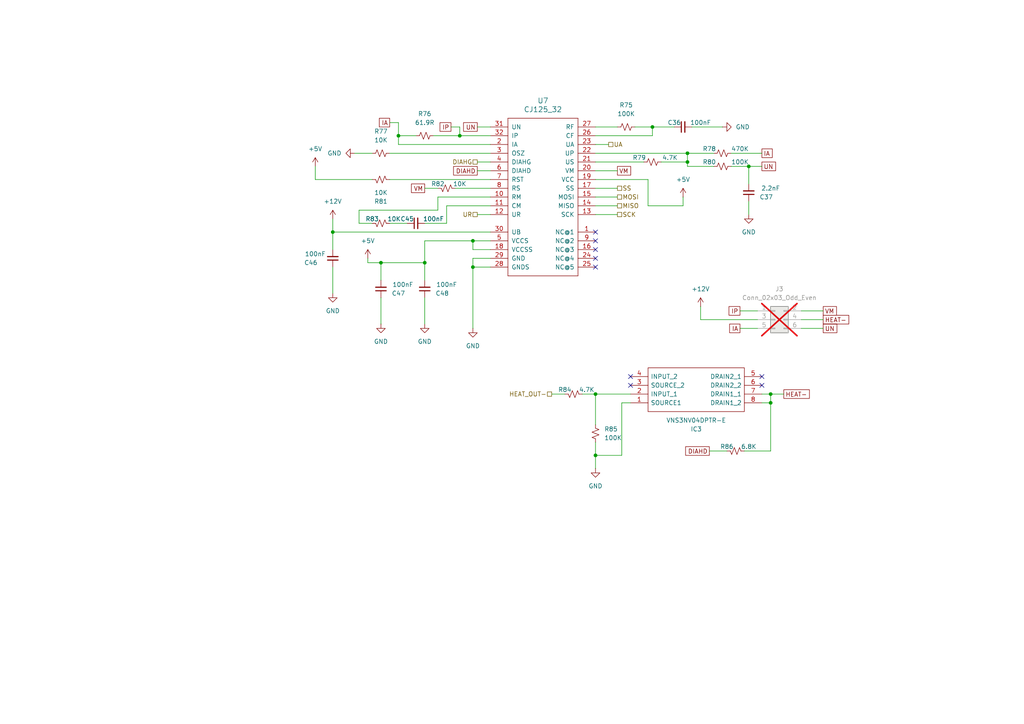
<source format=kicad_sch>
(kicad_sch
	(version 20231120)
	(generator "eeschema")
	(generator_version "8.0")
	(uuid "b9097035-7dd4-4c31-874b-6b23325b947b")
	(paper "A4")
	(title_block
		(title "NO2C STM32F")
		(date "2024-11-04")
		(rev "R02")
		(company "ICTAMKY")
		(comment 1 "Design by leevawns")
	)
	(lib_symbols
		(symbol "Connector_Generic:Conn_02x03_Odd_Even"
			(pin_names
				(offset 1.016) hide)
			(exclude_from_sim no)
			(in_bom yes)
			(on_board yes)
			(property "Reference" "J"
				(at 1.27 5.08 0)
				(effects
					(font
						(size 1.27 1.27)
					)
				)
			)
			(property "Value" "Conn_02x03_Odd_Even"
				(at 1.27 -5.08 0)
				(effects
					(font
						(size 1.27 1.27)
					)
				)
			)
			(property "Footprint" ""
				(at 0 0 0)
				(effects
					(font
						(size 1.27 1.27)
					)
					(hide yes)
				)
			)
			(property "Datasheet" "~"
				(at 0 0 0)
				(effects
					(font
						(size 1.27 1.27)
					)
					(hide yes)
				)
			)
			(property "Description" "Generic connector, double row, 02x03, odd/even pin numbering scheme (row 1 odd numbers, row 2 even numbers), script generated (kicad-library-utils/schlib/autogen/connector/)"
				(at 0 0 0)
				(effects
					(font
						(size 1.27 1.27)
					)
					(hide yes)
				)
			)
			(property "ki_keywords" "connector"
				(at 0 0 0)
				(effects
					(font
						(size 1.27 1.27)
					)
					(hide yes)
				)
			)
			(property "ki_fp_filters" "Connector*:*_2x??_*"
				(at 0 0 0)
				(effects
					(font
						(size 1.27 1.27)
					)
					(hide yes)
				)
			)
			(symbol "Conn_02x03_Odd_Even_1_1"
				(rectangle
					(start -1.27 -2.413)
					(end 0 -2.667)
					(stroke
						(width 0.1524)
						(type default)
					)
					(fill
						(type none)
					)
				)
				(rectangle
					(start -1.27 0.127)
					(end 0 -0.127)
					(stroke
						(width 0.1524)
						(type default)
					)
					(fill
						(type none)
					)
				)
				(rectangle
					(start -1.27 2.667)
					(end 0 2.413)
					(stroke
						(width 0.1524)
						(type default)
					)
					(fill
						(type none)
					)
				)
				(rectangle
					(start -1.27 3.81)
					(end 3.81 -3.81)
					(stroke
						(width 0.254)
						(type default)
					)
					(fill
						(type background)
					)
				)
				(rectangle
					(start 3.81 -2.413)
					(end 2.54 -2.667)
					(stroke
						(width 0.1524)
						(type default)
					)
					(fill
						(type none)
					)
				)
				(rectangle
					(start 3.81 0.127)
					(end 2.54 -0.127)
					(stroke
						(width 0.1524)
						(type default)
					)
					(fill
						(type none)
					)
				)
				(rectangle
					(start 3.81 2.667)
					(end 2.54 2.413)
					(stroke
						(width 0.1524)
						(type default)
					)
					(fill
						(type none)
					)
				)
				(pin passive line
					(at -5.08 2.54 0)
					(length 3.81)
					(name "Pin_1"
						(effects
							(font
								(size 1.27 1.27)
							)
						)
					)
					(number "1"
						(effects
							(font
								(size 1.27 1.27)
							)
						)
					)
				)
				(pin passive line
					(at 7.62 2.54 180)
					(length 3.81)
					(name "Pin_2"
						(effects
							(font
								(size 1.27 1.27)
							)
						)
					)
					(number "2"
						(effects
							(font
								(size 1.27 1.27)
							)
						)
					)
				)
				(pin passive line
					(at -5.08 0 0)
					(length 3.81)
					(name "Pin_3"
						(effects
							(font
								(size 1.27 1.27)
							)
						)
					)
					(number "3"
						(effects
							(font
								(size 1.27 1.27)
							)
						)
					)
				)
				(pin passive line
					(at 7.62 0 180)
					(length 3.81)
					(name "Pin_4"
						(effects
							(font
								(size 1.27 1.27)
							)
						)
					)
					(number "4"
						(effects
							(font
								(size 1.27 1.27)
							)
						)
					)
				)
				(pin passive line
					(at -5.08 -2.54 0)
					(length 3.81)
					(name "Pin_5"
						(effects
							(font
								(size 1.27 1.27)
							)
						)
					)
					(number "5"
						(effects
							(font
								(size 1.27 1.27)
							)
						)
					)
				)
				(pin passive line
					(at 7.62 -2.54 180)
					(length 3.81)
					(name "Pin_6"
						(effects
							(font
								(size 1.27 1.27)
							)
						)
					)
					(number "6"
						(effects
							(font
								(size 1.27 1.27)
							)
						)
					)
				)
			)
		)
		(symbol "Device:C_Small"
			(pin_numbers hide)
			(pin_names
				(offset 0.254) hide)
			(exclude_from_sim no)
			(in_bom yes)
			(on_board yes)
			(property "Reference" "C"
				(at 0.254 1.778 0)
				(effects
					(font
						(size 1.27 1.27)
					)
					(justify left)
				)
			)
			(property "Value" "C_Small"
				(at 0.254 -2.032 0)
				(effects
					(font
						(size 1.27 1.27)
					)
					(justify left)
				)
			)
			(property "Footprint" ""
				(at 0 0 0)
				(effects
					(font
						(size 1.27 1.27)
					)
					(hide yes)
				)
			)
			(property "Datasheet" "~"
				(at 0 0 0)
				(effects
					(font
						(size 1.27 1.27)
					)
					(hide yes)
				)
			)
			(property "Description" "Unpolarized capacitor, small symbol"
				(at 0 0 0)
				(effects
					(font
						(size 1.27 1.27)
					)
					(hide yes)
				)
			)
			(property "ki_keywords" "capacitor cap"
				(at 0 0 0)
				(effects
					(font
						(size 1.27 1.27)
					)
					(hide yes)
				)
			)
			(property "ki_fp_filters" "C_*"
				(at 0 0 0)
				(effects
					(font
						(size 1.27 1.27)
					)
					(hide yes)
				)
			)
			(symbol "C_Small_0_1"
				(polyline
					(pts
						(xy -1.524 -0.508) (xy 1.524 -0.508)
					)
					(stroke
						(width 0.3302)
						(type default)
					)
					(fill
						(type none)
					)
				)
				(polyline
					(pts
						(xy -1.524 0.508) (xy 1.524 0.508)
					)
					(stroke
						(width 0.3048)
						(type default)
					)
					(fill
						(type none)
					)
				)
			)
			(symbol "C_Small_1_1"
				(pin passive line
					(at 0 2.54 270)
					(length 2.032)
					(name "~"
						(effects
							(font
								(size 1.27 1.27)
							)
						)
					)
					(number "1"
						(effects
							(font
								(size 1.27 1.27)
							)
						)
					)
				)
				(pin passive line
					(at 0 -2.54 90)
					(length 2.032)
					(name "~"
						(effects
							(font
								(size 1.27 1.27)
							)
						)
					)
					(number "2"
						(effects
							(font
								(size 1.27 1.27)
							)
						)
					)
				)
			)
		)
		(symbol "Device:R_Small_US"
			(pin_numbers hide)
			(pin_names
				(offset 0.254) hide)
			(exclude_from_sim no)
			(in_bom yes)
			(on_board yes)
			(property "Reference" "R"
				(at 0.762 0.508 0)
				(effects
					(font
						(size 1.27 1.27)
					)
					(justify left)
				)
			)
			(property "Value" "R_Small_US"
				(at 0.762 -1.016 0)
				(effects
					(font
						(size 1.27 1.27)
					)
					(justify left)
				)
			)
			(property "Footprint" ""
				(at 0 0 0)
				(effects
					(font
						(size 1.27 1.27)
					)
					(hide yes)
				)
			)
			(property "Datasheet" "~"
				(at 0 0 0)
				(effects
					(font
						(size 1.27 1.27)
					)
					(hide yes)
				)
			)
			(property "Description" "Resistor, small US symbol"
				(at 0 0 0)
				(effects
					(font
						(size 1.27 1.27)
					)
					(hide yes)
				)
			)
			(property "ki_keywords" "r resistor"
				(at 0 0 0)
				(effects
					(font
						(size 1.27 1.27)
					)
					(hide yes)
				)
			)
			(property "ki_fp_filters" "R_*"
				(at 0 0 0)
				(effects
					(font
						(size 1.27 1.27)
					)
					(hide yes)
				)
			)
			(symbol "R_Small_US_1_1"
				(polyline
					(pts
						(xy 0 0) (xy 1.016 -0.381) (xy 0 -0.762) (xy -1.016 -1.143) (xy 0 -1.524)
					)
					(stroke
						(width 0)
						(type default)
					)
					(fill
						(type none)
					)
				)
				(polyline
					(pts
						(xy 0 1.524) (xy 1.016 1.143) (xy 0 0.762) (xy -1.016 0.381) (xy 0 0)
					)
					(stroke
						(width 0)
						(type default)
					)
					(fill
						(type none)
					)
				)
				(pin passive line
					(at 0 2.54 270)
					(length 1.016)
					(name "~"
						(effects
							(font
								(size 1.27 1.27)
							)
						)
					)
					(number "1"
						(effects
							(font
								(size 1.27 1.27)
							)
						)
					)
				)
				(pin passive line
					(at 0 -2.54 90)
					(length 1.016)
					(name "~"
						(effects
							(font
								(size 1.27 1.27)
							)
						)
					)
					(number "2"
						(effects
							(font
								(size 1.27 1.27)
							)
						)
					)
				)
			)
		)
		(symbol "ICTAMKY:CJ125_32"
			(pin_names
				(offset 1.016)
			)
			(exclude_from_sim no)
			(in_bom yes)
			(on_board yes)
			(property "Reference" "U1"
				(at 0 17.4244 0)
				(effects
					(font
						(size 1.4986 1.4986)
					)
				)
			)
			(property "Value" "CJ125_32"
				(at 0 14.7574 0)
				(effects
					(font
						(size 1.4986 1.4986)
					)
				)
			)
			(property "Footprint" "Housings_QFP:LQFP-32_5x5mm_Pitch0.5mm"
				(at 0 0 0)
				(effects
					(font
						(size 1.27 1.27)
					)
					(hide yes)
				)
			)
			(property "Datasheet" ""
				(at 0 0 0)
				(effects
					(font
						(size 1.27 1.27)
					)
					(hide yes)
				)
			)
			(property "Description" ""
				(at 0 0 0)
				(effects
					(font
						(size 1.27 1.27)
					)
					(hide yes)
				)
			)
			(property "ki_locked" ""
				(at 0 0 0)
				(effects
					(font
						(size 1.27 1.27)
					)
				)
			)
			(symbol "CJ125_32_1_0"
				(polyline
					(pts
						(xy -10.16 -33.02) (xy 10.16 -33.02)
					)
					(stroke
						(width 0)
						(type solid)
					)
					(fill
						(type none)
					)
				)
				(polyline
					(pts
						(xy -10.16 12.7) (xy -10.16 -33.02)
					)
					(stroke
						(width 0)
						(type solid)
					)
					(fill
						(type none)
					)
				)
				(polyline
					(pts
						(xy 10.16 -33.02) (xy 10.16 12.7)
					)
					(stroke
						(width 0)
						(type solid)
					)
					(fill
						(type none)
					)
				)
				(polyline
					(pts
						(xy 10.16 12.7) (xy -10.16 12.7)
					)
					(stroke
						(width 0)
						(type solid)
					)
					(fill
						(type none)
					)
				)
				(pin unspecified line
					(at 15.24 -20.32 180)
					(length 5.08)
					(name "NC@1"
						(effects
							(font
								(size 1.27 1.27)
							)
						)
					)
					(number "1"
						(effects
							(font
								(size 1.27 1.27)
							)
						)
					)
				)
				(pin unspecified line
					(at -15.24 -10.16 0)
					(length 5.08)
					(name "RM"
						(effects
							(font
								(size 1.27 1.27)
							)
						)
					)
					(number "10"
						(effects
							(font
								(size 1.27 1.27)
							)
						)
					)
				)
				(pin unspecified line
					(at -15.24 -12.7 0)
					(length 5.08)
					(name "CM"
						(effects
							(font
								(size 1.27 1.27)
							)
						)
					)
					(number "11"
						(effects
							(font
								(size 1.27 1.27)
							)
						)
					)
				)
				(pin unspecified line
					(at -15.24 -15.24 0)
					(length 5.08)
					(name "UR"
						(effects
							(font
								(size 1.27 1.27)
							)
						)
					)
					(number "12"
						(effects
							(font
								(size 1.27 1.27)
							)
						)
					)
				)
				(pin unspecified line
					(at 15.24 -15.24 180)
					(length 5.08)
					(name "SCK"
						(effects
							(font
								(size 1.27 1.27)
							)
						)
					)
					(number "13"
						(effects
							(font
								(size 1.27 1.27)
							)
						)
					)
				)
				(pin unspecified line
					(at 15.24 -12.7 180)
					(length 5.08)
					(name "MISO"
						(effects
							(font
								(size 1.27 1.27)
							)
						)
					)
					(number "14"
						(effects
							(font
								(size 1.27 1.27)
							)
						)
					)
				)
				(pin unspecified line
					(at 15.24 -10.16 180)
					(length 5.08)
					(name "MOSI"
						(effects
							(font
								(size 1.27 1.27)
							)
						)
					)
					(number "15"
						(effects
							(font
								(size 1.27 1.27)
							)
						)
					)
				)
				(pin unspecified line
					(at 15.24 -25.4 180)
					(length 5.08)
					(name "NC@3"
						(effects
							(font
								(size 1.27 1.27)
							)
						)
					)
					(number "16"
						(effects
							(font
								(size 1.27 1.27)
							)
						)
					)
				)
				(pin unspecified line
					(at 15.24 -7.62 180)
					(length 5.08)
					(name "SS"
						(effects
							(font
								(size 1.27 1.27)
							)
						)
					)
					(number "17"
						(effects
							(font
								(size 1.27 1.27)
							)
						)
					)
				)
				(pin unspecified line
					(at -15.24 -25.4 0)
					(length 5.08)
					(name "VCCSS"
						(effects
							(font
								(size 1.27 1.27)
							)
						)
					)
					(number "18"
						(effects
							(font
								(size 1.27 1.27)
							)
						)
					)
				)
				(pin unspecified line
					(at 15.24 -5.08 180)
					(length 5.08)
					(name "VCC"
						(effects
							(font
								(size 1.27 1.27)
							)
						)
					)
					(number "19"
						(effects
							(font
								(size 1.27 1.27)
							)
						)
					)
				)
				(pin unspecified line
					(at -15.24 5.08 0)
					(length 5.08)
					(name "IA"
						(effects
							(font
								(size 1.27 1.27)
							)
						)
					)
					(number "2"
						(effects
							(font
								(size 1.27 1.27)
							)
						)
					)
				)
				(pin unspecified line
					(at 15.24 -2.54 180)
					(length 5.08)
					(name "VM"
						(effects
							(font
								(size 1.27 1.27)
							)
						)
					)
					(number "20"
						(effects
							(font
								(size 1.27 1.27)
							)
						)
					)
				)
				(pin unspecified line
					(at 15.24 0 180)
					(length 5.08)
					(name "US"
						(effects
							(font
								(size 1.27 1.27)
							)
						)
					)
					(number "21"
						(effects
							(font
								(size 1.27 1.27)
							)
						)
					)
				)
				(pin unspecified line
					(at 15.24 2.54 180)
					(length 5.08)
					(name "UP"
						(effects
							(font
								(size 1.27 1.27)
							)
						)
					)
					(number "22"
						(effects
							(font
								(size 1.27 1.27)
							)
						)
					)
				)
				(pin unspecified line
					(at 15.24 5.08 180)
					(length 5.08)
					(name "UA"
						(effects
							(font
								(size 1.27 1.27)
							)
						)
					)
					(number "23"
						(effects
							(font
								(size 1.27 1.27)
							)
						)
					)
				)
				(pin unspecified line
					(at 15.24 -27.94 180)
					(length 5.08)
					(name "NC@4"
						(effects
							(font
								(size 1.27 1.27)
							)
						)
					)
					(number "24"
						(effects
							(font
								(size 1.27 1.27)
							)
						)
					)
				)
				(pin unspecified line
					(at 15.24 -30.48 180)
					(length 5.08)
					(name "NC@5"
						(effects
							(font
								(size 1.27 1.27)
							)
						)
					)
					(number "25"
						(effects
							(font
								(size 1.27 1.27)
							)
						)
					)
				)
				(pin unspecified line
					(at 15.24 7.62 180)
					(length 5.08)
					(name "CF"
						(effects
							(font
								(size 1.27 1.27)
							)
						)
					)
					(number "26"
						(effects
							(font
								(size 1.27 1.27)
							)
						)
					)
				)
				(pin unspecified line
					(at 15.24 10.16 180)
					(length 5.08)
					(name "RF"
						(effects
							(font
								(size 1.27 1.27)
							)
						)
					)
					(number "27"
						(effects
							(font
								(size 1.27 1.27)
							)
						)
					)
				)
				(pin unspecified line
					(at -15.24 -30.48 0)
					(length 5.08)
					(name "GNDS"
						(effects
							(font
								(size 1.27 1.27)
							)
						)
					)
					(number "28"
						(effects
							(font
								(size 1.27 1.27)
							)
						)
					)
				)
				(pin unspecified line
					(at -15.24 -27.94 0)
					(length 5.08)
					(name "GND"
						(effects
							(font
								(size 1.27 1.27)
							)
						)
					)
					(number "29"
						(effects
							(font
								(size 1.27 1.27)
							)
						)
					)
				)
				(pin unspecified line
					(at -15.24 2.54 0)
					(length 5.08)
					(name "OSZ"
						(effects
							(font
								(size 1.27 1.27)
							)
						)
					)
					(number "3"
						(effects
							(font
								(size 1.27 1.27)
							)
						)
					)
				)
				(pin unspecified line
					(at -15.24 -20.32 0)
					(length 5.08)
					(name "UB"
						(effects
							(font
								(size 1.27 1.27)
							)
						)
					)
					(number "30"
						(effects
							(font
								(size 1.27 1.27)
							)
						)
					)
				)
				(pin unspecified line
					(at -15.24 10.16 0)
					(length 5.08)
					(name "UN"
						(effects
							(font
								(size 1.27 1.27)
							)
						)
					)
					(number "31"
						(effects
							(font
								(size 1.27 1.27)
							)
						)
					)
				)
				(pin unspecified line
					(at -15.24 7.62 0)
					(length 5.08)
					(name "IP"
						(effects
							(font
								(size 1.27 1.27)
							)
						)
					)
					(number "32"
						(effects
							(font
								(size 1.27 1.27)
							)
						)
					)
				)
				(pin unspecified line
					(at -15.24 0 0)
					(length 5.08)
					(name "DIAHG"
						(effects
							(font
								(size 1.27 1.27)
							)
						)
					)
					(number "4"
						(effects
							(font
								(size 1.27 1.27)
							)
						)
					)
				)
				(pin unspecified line
					(at -15.24 -22.86 0)
					(length 5.08)
					(name "VCCS"
						(effects
							(font
								(size 1.27 1.27)
							)
						)
					)
					(number "5"
						(effects
							(font
								(size 1.27 1.27)
							)
						)
					)
				)
				(pin unspecified line
					(at -15.24 -2.54 0)
					(length 5.08)
					(name "DIAHD"
						(effects
							(font
								(size 1.27 1.27)
							)
						)
					)
					(number "6"
						(effects
							(font
								(size 1.27 1.27)
							)
						)
					)
				)
				(pin unspecified line
					(at -15.24 -5.08 0)
					(length 5.08)
					(name "RST"
						(effects
							(font
								(size 1.27 1.27)
							)
						)
					)
					(number "7"
						(effects
							(font
								(size 1.27 1.27)
							)
						)
					)
				)
				(pin unspecified line
					(at -15.24 -7.62 0)
					(length 5.08)
					(name "RS"
						(effects
							(font
								(size 1.27 1.27)
							)
						)
					)
					(number "8"
						(effects
							(font
								(size 1.27 1.27)
							)
						)
					)
				)
				(pin unspecified line
					(at 15.24 -22.86 180)
					(length 5.08)
					(name "NC@2"
						(effects
							(font
								(size 1.27 1.27)
							)
						)
					)
					(number "9"
						(effects
							(font
								(size 1.27 1.27)
							)
						)
					)
				)
			)
		)
		(symbol "SamacSys_Parts:VNS3NV04DPTR-E"
			(pin_names
				(offset 0.762)
			)
			(exclude_from_sim no)
			(in_bom yes)
			(on_board yes)
			(property "Reference" "IC"
				(at 34.29 7.62 0)
				(effects
					(font
						(size 1.27 1.27)
					)
					(justify left)
				)
			)
			(property "Value" "VNS3NV04DPTR-E"
				(at 34.29 5.08 0)
				(effects
					(font
						(size 1.27 1.27)
					)
					(justify left)
				)
			)
			(property "Footprint" "SOIC127P600X175-8N"
				(at 34.29 2.54 0)
				(effects
					(font
						(size 1.27 1.27)
					)
					(justify left)
					(hide yes)
				)
			)
			(property "Datasheet" "http://www.st.com/web/en/resource/technical/document/datasheet/DM00023581.pdf"
				(at 34.29 0 0)
				(effects
					(font
						(size 1.27 1.27)
					)
					(justify left)
					(hide yes)
				)
			)
			(property "Description" "STMICROELECTRONICS - VNS3NV04DPTR-E - Power Load Switch, OMNIFET II, Power MOSFET, 1 output, 0.120 ohm On State, 40 V clamp, 3.5 A, SO-8"
				(at 0 0 0)
				(effects
					(font
						(size 1.27 1.27)
					)
					(hide yes)
				)
			)
			(property "Description_1" "STMICROELECTRONICS - VNS3NV04DPTR-E - Power Load Switch, OMNIFET II, Power MOSFET, 1 output, 0.120 ohm On State, 40 V clamp, 3.5 A, SO-8"
				(at 34.29 -2.54 0)
				(effects
					(font
						(size 1.27 1.27)
					)
					(justify left)
					(hide yes)
				)
			)
			(property "Height" "1.75"
				(at 34.29 -5.08 0)
				(effects
					(font
						(size 1.27 1.27)
					)
					(justify left)
					(hide yes)
				)
			)
			(property "Mouser Part Number" "511-VNS3NV04DPTR-E"
				(at 34.29 -7.62 0)
				(effects
					(font
						(size 1.27 1.27)
					)
					(justify left)
					(hide yes)
				)
			)
			(property "Mouser Price/Stock" "https://www.mouser.co.uk/ProductDetail/STMicroelectronics/VNS3NV04DPTR-E?qs=vV0pr1uq7fCKHYwJoOygwA%3D%3D"
				(at 34.29 -10.16 0)
				(effects
					(font
						(size 1.27 1.27)
					)
					(justify left)
					(hide yes)
				)
			)
			(property "Manufacturer_Name" "STMicroelectronics"
				(at 34.29 -12.7 0)
				(effects
					(font
						(size 1.27 1.27)
					)
					(justify left)
					(hide yes)
				)
			)
			(property "Manufacturer_Part_Number" "VNS3NV04DPTR-E"
				(at 34.29 -15.24 0)
				(effects
					(font
						(size 1.27 1.27)
					)
					(justify left)
					(hide yes)
				)
			)
			(symbol "VNS3NV04DPTR-E_0_0"
				(pin passive line
					(at 0 0 0)
					(length 5.08)
					(name "SOURCE1"
						(effects
							(font
								(size 1.27 1.27)
							)
						)
					)
					(number "1"
						(effects
							(font
								(size 1.27 1.27)
							)
						)
					)
				)
				(pin passive line
					(at 0 -2.54 0)
					(length 5.08)
					(name "INPUT_1"
						(effects
							(font
								(size 1.27 1.27)
							)
						)
					)
					(number "2"
						(effects
							(font
								(size 1.27 1.27)
							)
						)
					)
				)
				(pin passive line
					(at 0 -5.08 0)
					(length 5.08)
					(name "SOURCE_2"
						(effects
							(font
								(size 1.27 1.27)
							)
						)
					)
					(number "3"
						(effects
							(font
								(size 1.27 1.27)
							)
						)
					)
				)
				(pin passive line
					(at 0 -7.62 0)
					(length 5.08)
					(name "INPUT_2"
						(effects
							(font
								(size 1.27 1.27)
							)
						)
					)
					(number "4"
						(effects
							(font
								(size 1.27 1.27)
							)
						)
					)
				)
				(pin passive line
					(at 38.1 -7.62 180)
					(length 5.08)
					(name "DRAIN2_1"
						(effects
							(font
								(size 1.27 1.27)
							)
						)
					)
					(number "5"
						(effects
							(font
								(size 1.27 1.27)
							)
						)
					)
				)
				(pin passive line
					(at 38.1 -5.08 180)
					(length 5.08)
					(name "DRAIN2_2"
						(effects
							(font
								(size 1.27 1.27)
							)
						)
					)
					(number "6"
						(effects
							(font
								(size 1.27 1.27)
							)
						)
					)
				)
				(pin passive line
					(at 38.1 -2.54 180)
					(length 5.08)
					(name "DRAIN1_1"
						(effects
							(font
								(size 1.27 1.27)
							)
						)
					)
					(number "7"
						(effects
							(font
								(size 1.27 1.27)
							)
						)
					)
				)
				(pin passive line
					(at 38.1 0 180)
					(length 5.08)
					(name "DRAIN1_2"
						(effects
							(font
								(size 1.27 1.27)
							)
						)
					)
					(number "8"
						(effects
							(font
								(size 1.27 1.27)
							)
						)
					)
				)
			)
			(symbol "VNS3NV04DPTR-E_0_1"
				(polyline
					(pts
						(xy 5.08 2.54) (xy 33.02 2.54) (xy 33.02 -10.16) (xy 5.08 -10.16) (xy 5.08 2.54)
					)
					(stroke
						(width 0.1524)
						(type solid)
					)
					(fill
						(type none)
					)
				)
			)
		)
		(symbol "power:+12V"
			(power)
			(pin_numbers hide)
			(pin_names
				(offset 0) hide)
			(exclude_from_sim no)
			(in_bom yes)
			(on_board yes)
			(property "Reference" "#PWR"
				(at 0 -3.81 0)
				(effects
					(font
						(size 1.27 1.27)
					)
					(hide yes)
				)
			)
			(property "Value" "+12V"
				(at 0 3.556 0)
				(effects
					(font
						(size 1.27 1.27)
					)
				)
			)
			(property "Footprint" ""
				(at 0 0 0)
				(effects
					(font
						(size 1.27 1.27)
					)
					(hide yes)
				)
			)
			(property "Datasheet" ""
				(at 0 0 0)
				(effects
					(font
						(size 1.27 1.27)
					)
					(hide yes)
				)
			)
			(property "Description" "Power symbol creates a global label with name \"+12V\""
				(at 0 0 0)
				(effects
					(font
						(size 1.27 1.27)
					)
					(hide yes)
				)
			)
			(property "ki_keywords" "global power"
				(at 0 0 0)
				(effects
					(font
						(size 1.27 1.27)
					)
					(hide yes)
				)
			)
			(symbol "+12V_0_1"
				(polyline
					(pts
						(xy -0.762 1.27) (xy 0 2.54)
					)
					(stroke
						(width 0)
						(type default)
					)
					(fill
						(type none)
					)
				)
				(polyline
					(pts
						(xy 0 0) (xy 0 2.54)
					)
					(stroke
						(width 0)
						(type default)
					)
					(fill
						(type none)
					)
				)
				(polyline
					(pts
						(xy 0 2.54) (xy 0.762 1.27)
					)
					(stroke
						(width 0)
						(type default)
					)
					(fill
						(type none)
					)
				)
			)
			(symbol "+12V_1_1"
				(pin power_in line
					(at 0 0 90)
					(length 0)
					(name "~"
						(effects
							(font
								(size 1.27 1.27)
							)
						)
					)
					(number "1"
						(effects
							(font
								(size 1.27 1.27)
							)
						)
					)
				)
			)
		)
		(symbol "power:+5V"
			(power)
			(pin_numbers hide)
			(pin_names
				(offset 0) hide)
			(exclude_from_sim no)
			(in_bom yes)
			(on_board yes)
			(property "Reference" "#PWR"
				(at 0 -3.81 0)
				(effects
					(font
						(size 1.27 1.27)
					)
					(hide yes)
				)
			)
			(property "Value" "+5V"
				(at 0 3.556 0)
				(effects
					(font
						(size 1.27 1.27)
					)
				)
			)
			(property "Footprint" ""
				(at 0 0 0)
				(effects
					(font
						(size 1.27 1.27)
					)
					(hide yes)
				)
			)
			(property "Datasheet" ""
				(at 0 0 0)
				(effects
					(font
						(size 1.27 1.27)
					)
					(hide yes)
				)
			)
			(property "Description" "Power symbol creates a global label with name \"+5V\""
				(at 0 0 0)
				(effects
					(font
						(size 1.27 1.27)
					)
					(hide yes)
				)
			)
			(property "ki_keywords" "global power"
				(at 0 0 0)
				(effects
					(font
						(size 1.27 1.27)
					)
					(hide yes)
				)
			)
			(symbol "+5V_0_1"
				(polyline
					(pts
						(xy -0.762 1.27) (xy 0 2.54)
					)
					(stroke
						(width 0)
						(type default)
					)
					(fill
						(type none)
					)
				)
				(polyline
					(pts
						(xy 0 0) (xy 0 2.54)
					)
					(stroke
						(width 0)
						(type default)
					)
					(fill
						(type none)
					)
				)
				(polyline
					(pts
						(xy 0 2.54) (xy 0.762 1.27)
					)
					(stroke
						(width 0)
						(type default)
					)
					(fill
						(type none)
					)
				)
			)
			(symbol "+5V_1_1"
				(pin power_in line
					(at 0 0 90)
					(length 0)
					(name "~"
						(effects
							(font
								(size 1.27 1.27)
							)
						)
					)
					(number "1"
						(effects
							(font
								(size 1.27 1.27)
							)
						)
					)
				)
			)
		)
		(symbol "power:GND"
			(power)
			(pin_numbers hide)
			(pin_names
				(offset 0) hide)
			(exclude_from_sim no)
			(in_bom yes)
			(on_board yes)
			(property "Reference" "#PWR"
				(at 0 -6.35 0)
				(effects
					(font
						(size 1.27 1.27)
					)
					(hide yes)
				)
			)
			(property "Value" "GND"
				(at 0 -3.81 0)
				(effects
					(font
						(size 1.27 1.27)
					)
				)
			)
			(property "Footprint" ""
				(at 0 0 0)
				(effects
					(font
						(size 1.27 1.27)
					)
					(hide yes)
				)
			)
			(property "Datasheet" ""
				(at 0 0 0)
				(effects
					(font
						(size 1.27 1.27)
					)
					(hide yes)
				)
			)
			(property "Description" "Power symbol creates a global label with name \"GND\" , ground"
				(at 0 0 0)
				(effects
					(font
						(size 1.27 1.27)
					)
					(hide yes)
				)
			)
			(property "ki_keywords" "global power"
				(at 0 0 0)
				(effects
					(font
						(size 1.27 1.27)
					)
					(hide yes)
				)
			)
			(symbol "GND_0_1"
				(polyline
					(pts
						(xy 0 0) (xy 0 -1.27) (xy 1.27 -1.27) (xy 0 -2.54) (xy -1.27 -1.27) (xy 0 -1.27)
					)
					(stroke
						(width 0)
						(type default)
					)
					(fill
						(type none)
					)
				)
			)
			(symbol "GND_1_1"
				(pin power_in line
					(at 0 0 270)
					(length 0)
					(name "~"
						(effects
							(font
								(size 1.27 1.27)
							)
						)
					)
					(number "1"
						(effects
							(font
								(size 1.27 1.27)
							)
						)
					)
				)
			)
		)
	)
	(junction
		(at 123.19 76.2)
		(diameter 0)
		(color 0 0 0 0)
		(uuid "075dfcc1-19b9-4d86-8cbb-a6b79dd92318")
	)
	(junction
		(at 110.49 76.2)
		(diameter 0)
		(color 0 0 0 0)
		(uuid "0d956cdf-7af8-4489-961a-88937bd2d913")
	)
	(junction
		(at 96.52 67.31)
		(diameter 0)
		(color 0 0 0 0)
		(uuid "3db813fb-d7e6-4e06-93ed-67c09e664da8")
	)
	(junction
		(at 223.52 116.84)
		(diameter 0)
		(color 0 0 0 0)
		(uuid "54de3a11-42e3-425f-b2e9-338ade4f9189")
	)
	(junction
		(at 172.72 114.3)
		(diameter 0)
		(color 0 0 0 0)
		(uuid "5fe28ceb-9f92-4ef7-8917-ffbbb80c7113")
	)
	(junction
		(at 137.16 77.47)
		(diameter 0)
		(color 0 0 0 0)
		(uuid "7efdf02c-d3e0-4ff1-b24c-3c2b9ef9fd74")
	)
	(junction
		(at 137.16 69.85)
		(diameter 0)
		(color 0 0 0 0)
		(uuid "9724f6fd-9267-4c3d-8574-adcaae4998a1")
	)
	(junction
		(at 133.35 39.37)
		(diameter 0)
		(color 0 0 0 0)
		(uuid "994dc409-d9ec-4e0f-a483-bdabcece789c")
	)
	(junction
		(at 199.39 46.99)
		(diameter 0)
		(color 0 0 0 0)
		(uuid "a5221a32-a70c-44be-a63f-8485e267d651")
	)
	(junction
		(at 199.39 44.45)
		(diameter 0)
		(color 0 0 0 0)
		(uuid "ac708288-d41e-4683-b1e0-736dc71cf7a0")
	)
	(junction
		(at 223.52 114.3)
		(diameter 0)
		(color 0 0 0 0)
		(uuid "aee21f6b-4e8d-4f41-ac62-6eb376c5d5d7")
	)
	(junction
		(at 172.72 132.08)
		(diameter 0)
		(color 0 0 0 0)
		(uuid "b385ae6f-38b1-4185-b45c-a3b5d2f852ab")
	)
	(junction
		(at 189.23 36.83)
		(diameter 0)
		(color 0 0 0 0)
		(uuid "e5274674-71d2-4bde-b9bf-9dcb3237a037")
	)
	(junction
		(at 217.17 48.26)
		(diameter 0)
		(color 0 0 0 0)
		(uuid "e9115a15-2575-4776-af05-7d4e6bf45487")
	)
	(junction
		(at 115.57 39.37)
		(diameter 0)
		(color 0 0 0 0)
		(uuid "f0063f40-d719-48c7-8d1b-b4ce1e20f02b")
	)
	(no_connect
		(at 172.72 77.47)
		(uuid "2c642d15-f1db-4916-ad7d-8dd79cb483e9")
	)
	(no_connect
		(at 182.88 109.22)
		(uuid "3e27e01e-5d13-4721-84e3-0dc572117d69")
	)
	(no_connect
		(at 182.88 111.76)
		(uuid "6daa02f3-1511-4d11-8eb1-492c7d68a9e4")
	)
	(no_connect
		(at 220.98 111.76)
		(uuid "94883574-ed6f-45b6-8a45-48f27d9c97dd")
	)
	(no_connect
		(at 172.72 72.39)
		(uuid "a17b80e0-a4ec-4dd6-b7de-04015272bcc8")
	)
	(no_connect
		(at 172.72 74.93)
		(uuid "b5845fcf-6ff6-4dce-b8bc-9c9166259594")
	)
	(no_connect
		(at 172.72 69.85)
		(uuid "badb46a8-d34c-4190-9cd2-5b4c764bd0f3")
	)
	(no_connect
		(at 220.98 109.22)
		(uuid "dfdb2d46-da35-45b8-8aea-fc4751f3aa25")
	)
	(no_connect
		(at 172.72 67.31)
		(uuid "fedadddc-8590-46e8-8227-e4ba3261ac5f")
	)
	(wire
		(pts
			(xy 180.34 132.08) (xy 172.72 132.08)
		)
		(stroke
			(width 0)
			(type default)
		)
		(uuid "003b3200-6a14-4bba-9e51-257e21376053")
	)
	(wire
		(pts
			(xy 110.49 76.2) (xy 106.68 76.2)
		)
		(stroke
			(width 0)
			(type default)
		)
		(uuid "013d1ece-406d-411e-ba59-dc3500344b0f")
	)
	(wire
		(pts
			(xy 189.23 39.37) (xy 189.23 36.83)
		)
		(stroke
			(width 0)
			(type default)
		)
		(uuid "01830448-b6da-46ac-9f3a-c43c0c96dab0")
	)
	(wire
		(pts
			(xy 115.57 41.91) (xy 115.57 39.37)
		)
		(stroke
			(width 0)
			(type default)
		)
		(uuid "0437641f-5315-41b3-8949-488819cd0f1c")
	)
	(wire
		(pts
			(xy 182.88 116.84) (xy 180.34 116.84)
		)
		(stroke
			(width 0)
			(type default)
		)
		(uuid "07b133f4-7d57-4792-9e83-4905d859e2ad")
	)
	(wire
		(pts
			(xy 214.63 95.25) (xy 219.71 95.25)
		)
		(stroke
			(width 0)
			(type default)
		)
		(uuid "094ea08a-bd60-4fb0-ade4-d6291115abf8")
	)
	(wire
		(pts
			(xy 199.39 46.99) (xy 199.39 44.45)
		)
		(stroke
			(width 0)
			(type default)
		)
		(uuid "0a93a30f-68f0-4718-8c9f-ad5725a8d08b")
	)
	(wire
		(pts
			(xy 91.44 52.07) (xy 91.44 48.26)
		)
		(stroke
			(width 0)
			(type default)
		)
		(uuid "0bd63c64-0081-4597-bb52-418e80f30886")
	)
	(wire
		(pts
			(xy 172.72 46.99) (xy 186.69 46.99)
		)
		(stroke
			(width 0)
			(type default)
		)
		(uuid "0c18f9b1-03fc-45b9-8f86-678d631636f0")
	)
	(wire
		(pts
			(xy 96.52 85.09) (xy 96.52 77.47)
		)
		(stroke
			(width 0)
			(type default)
		)
		(uuid "0dfd55d9-a751-4ee9-b32d-47c31c2489ac")
	)
	(wire
		(pts
			(xy 137.16 74.93) (xy 137.16 77.47)
		)
		(stroke
			(width 0)
			(type default)
		)
		(uuid "119366f9-0cc5-45dc-802b-6143ea7f6480")
	)
	(wire
		(pts
			(xy 217.17 48.26) (xy 220.98 48.26)
		)
		(stroke
			(width 0)
			(type default)
		)
		(uuid "11a00b48-1386-4398-9a54-bbc00ea2772c")
	)
	(wire
		(pts
			(xy 96.52 67.31) (xy 96.52 72.39)
		)
		(stroke
			(width 0)
			(type default)
		)
		(uuid "15d51c17-c05a-4248-a411-5ff2f08f785f")
	)
	(wire
		(pts
			(xy 110.49 76.2) (xy 110.49 81.28)
		)
		(stroke
			(width 0)
			(type default)
		)
		(uuid "1b658a53-e1b1-4021-a8f0-8e792716cb56")
	)
	(wire
		(pts
			(xy 220.98 116.84) (xy 223.52 116.84)
		)
		(stroke
			(width 0)
			(type default)
		)
		(uuid "2171c295-dc84-4412-9c68-39151772f0f8")
	)
	(wire
		(pts
			(xy 137.16 72.39) (xy 137.16 69.85)
		)
		(stroke
			(width 0)
			(type default)
		)
		(uuid "227239af-2c2c-4822-86ea-45283dc40515")
	)
	(wire
		(pts
			(xy 191.77 46.99) (xy 199.39 46.99)
		)
		(stroke
			(width 0)
			(type default)
		)
		(uuid "23bcb78d-7bc3-4f36-8b1f-ee3154cd7c38")
	)
	(wire
		(pts
			(xy 123.19 76.2) (xy 110.49 76.2)
		)
		(stroke
			(width 0)
			(type default)
		)
		(uuid "28a764d7-3b23-441b-ad10-36b3c72ebae9")
	)
	(wire
		(pts
			(xy 172.72 36.83) (xy 179.07 36.83)
		)
		(stroke
			(width 0)
			(type default)
		)
		(uuid "2a5b1c69-2629-46b7-bb0b-bcbf85e9bb54")
	)
	(wire
		(pts
			(xy 107.95 64.77) (xy 104.14 64.77)
		)
		(stroke
			(width 0)
			(type default)
		)
		(uuid "2ecbc516-5d65-4407-9ad6-b94f8de81194")
	)
	(wire
		(pts
			(xy 137.16 77.47) (xy 137.16 95.25)
		)
		(stroke
			(width 0)
			(type default)
		)
		(uuid "31b89d69-244b-4806-beae-4972797c8d8e")
	)
	(wire
		(pts
			(xy 172.72 52.07) (xy 187.96 52.07)
		)
		(stroke
			(width 0)
			(type default)
		)
		(uuid "378898c2-0fc9-4087-a700-89cbfa982e2d")
	)
	(wire
		(pts
			(xy 130.81 36.83) (xy 133.35 36.83)
		)
		(stroke
			(width 0)
			(type default)
		)
		(uuid "3846b9e9-358b-4d92-959d-0ce090d9877b")
	)
	(wire
		(pts
			(xy 96.52 63.5) (xy 96.52 67.31)
		)
		(stroke
			(width 0)
			(type default)
		)
		(uuid "3ac0ef8d-2c21-4be2-9f52-bf475912553f")
	)
	(wire
		(pts
			(xy 214.63 90.17) (xy 219.71 90.17)
		)
		(stroke
			(width 0)
			(type default)
		)
		(uuid "3e4d25aa-6af3-4533-85e0-627bde3a03f5")
	)
	(wire
		(pts
			(xy 113.03 52.07) (xy 142.24 52.07)
		)
		(stroke
			(width 0)
			(type default)
		)
		(uuid "402a978c-f566-4520-99e2-2cb64a74ef06")
	)
	(wire
		(pts
			(xy 179.07 62.23) (xy 172.72 62.23)
		)
		(stroke
			(width 0)
			(type default)
		)
		(uuid "4663e3d1-334f-4119-8dd0-28a0f0dd3d6d")
	)
	(wire
		(pts
			(xy 133.35 39.37) (xy 142.24 39.37)
		)
		(stroke
			(width 0)
			(type default)
		)
		(uuid "47d67bcc-4c6e-4602-bf2b-ef5085cf3f6e")
	)
	(wire
		(pts
			(xy 113.03 44.45) (xy 142.24 44.45)
		)
		(stroke
			(width 0)
			(type default)
		)
		(uuid "495a1fea-8552-463a-a8b0-eb7c3d02ac1f")
	)
	(wire
		(pts
			(xy 142.24 72.39) (xy 137.16 72.39)
		)
		(stroke
			(width 0)
			(type default)
		)
		(uuid "51b113ec-fe10-4d90-b302-9ba1b3203921")
	)
	(wire
		(pts
			(xy 142.24 41.91) (xy 115.57 41.91)
		)
		(stroke
			(width 0)
			(type default)
		)
		(uuid "51cb051f-9231-4fe9-b39a-c820f2fbef96")
	)
	(wire
		(pts
			(xy 137.16 69.85) (xy 142.24 69.85)
		)
		(stroke
			(width 0)
			(type default)
		)
		(uuid "51ecbcf7-f25d-4795-9c8a-e22782634304")
	)
	(wire
		(pts
			(xy 123.19 54.61) (xy 127 54.61)
		)
		(stroke
			(width 0)
			(type default)
		)
		(uuid "51ed52f3-4275-46ca-b9ad-4df667ce0cbb")
	)
	(wire
		(pts
			(xy 207.01 48.26) (xy 199.39 48.26)
		)
		(stroke
			(width 0)
			(type default)
		)
		(uuid "52f19483-6220-438a-ab78-bc0c6a86277f")
	)
	(wire
		(pts
			(xy 172.72 132.08) (xy 172.72 135.89)
		)
		(stroke
			(width 0)
			(type default)
		)
		(uuid "58e127ff-0909-418e-80ec-efa2bf29fdac")
	)
	(wire
		(pts
			(xy 133.35 36.83) (xy 133.35 39.37)
		)
		(stroke
			(width 0)
			(type default)
		)
		(uuid "5916b7ba-6492-4224-af2e-999144409c25")
	)
	(wire
		(pts
			(xy 187.96 52.07) (xy 187.96 59.69)
		)
		(stroke
			(width 0)
			(type default)
		)
		(uuid "5af8649a-e528-4d26-8639-9b2747f8f7c2")
	)
	(wire
		(pts
			(xy 172.72 114.3) (xy 182.88 114.3)
		)
		(stroke
			(width 0)
			(type default)
		)
		(uuid "5b962f2d-3583-44cb-8f7f-0e130f1cc64f")
	)
	(wire
		(pts
			(xy 232.41 92.71) (xy 238.76 92.71)
		)
		(stroke
			(width 0)
			(type default)
		)
		(uuid "5f22cef7-cc3b-4466-b0f3-751482eb1875")
	)
	(wire
		(pts
			(xy 199.39 48.26) (xy 199.39 46.99)
		)
		(stroke
			(width 0)
			(type default)
		)
		(uuid "5f45ae56-507b-4579-aab7-0a91a31808c1")
	)
	(wire
		(pts
			(xy 223.52 116.84) (xy 223.52 114.3)
		)
		(stroke
			(width 0)
			(type default)
		)
		(uuid "613377e5-00c7-45ac-b455-378022dc0daa")
	)
	(wire
		(pts
			(xy 215.9 130.81) (xy 223.52 130.81)
		)
		(stroke
			(width 0)
			(type default)
		)
		(uuid "61737afd-a71c-4d16-a8c6-6907b34f34d0")
	)
	(wire
		(pts
			(xy 223.52 114.3) (xy 227.33 114.3)
		)
		(stroke
			(width 0)
			(type default)
		)
		(uuid "631da927-0247-4265-b09d-32d6bc9d74b0")
	)
	(wire
		(pts
			(xy 187.96 59.69) (xy 198.12 59.69)
		)
		(stroke
			(width 0)
			(type default)
		)
		(uuid "63501546-87c4-4774-8cf8-69db42b4b045")
	)
	(wire
		(pts
			(xy 96.52 67.31) (xy 142.24 67.31)
		)
		(stroke
			(width 0)
			(type default)
		)
		(uuid "65205a7b-8a47-49be-bc94-23e4f43baa31")
	)
	(wire
		(pts
			(xy 125.73 39.37) (xy 133.35 39.37)
		)
		(stroke
			(width 0)
			(type default)
		)
		(uuid "67f600db-c8d8-4ec6-b605-b9a279843294")
	)
	(wire
		(pts
			(xy 176.53 41.91) (xy 172.72 41.91)
		)
		(stroke
			(width 0)
			(type default)
		)
		(uuid "681321a0-f2b0-4bed-9dbf-6cff294abd55")
	)
	(wire
		(pts
			(xy 203.2 92.71) (xy 203.2 88.9)
		)
		(stroke
			(width 0)
			(type default)
		)
		(uuid "694ff3a0-025d-4c89-bc8a-af03e9450120")
	)
	(wire
		(pts
			(xy 127 60.96) (xy 127 57.15)
		)
		(stroke
			(width 0)
			(type default)
		)
		(uuid "6cc90686-342d-4c13-85a3-df2d4730bb52")
	)
	(wire
		(pts
			(xy 198.12 59.69) (xy 198.12 57.15)
		)
		(stroke
			(width 0)
			(type default)
		)
		(uuid "745fe229-e3f0-468f-903d-c8530236bb91")
	)
	(wire
		(pts
			(xy 138.43 49.53) (xy 142.24 49.53)
		)
		(stroke
			(width 0)
			(type default)
		)
		(uuid "7fc39b4f-ee13-484f-8105-889537a13062")
	)
	(wire
		(pts
			(xy 220.98 114.3) (xy 223.52 114.3)
		)
		(stroke
			(width 0)
			(type default)
		)
		(uuid "85c83a1b-64a1-4de3-bf25-5f0f4072ecdd")
	)
	(wire
		(pts
			(xy 189.23 36.83) (xy 184.15 36.83)
		)
		(stroke
			(width 0)
			(type default)
		)
		(uuid "87fa2275-5a72-4a8f-8cc1-7b0533a50552")
	)
	(wire
		(pts
			(xy 212.09 44.45) (xy 220.98 44.45)
		)
		(stroke
			(width 0)
			(type default)
		)
		(uuid "891dcb6e-b561-4e3c-bd79-70bbae216314")
	)
	(wire
		(pts
			(xy 113.03 35.56) (xy 115.57 35.56)
		)
		(stroke
			(width 0)
			(type default)
		)
		(uuid "8beb7c2a-7cc1-4c3b-aaa7-14909b32e3bc")
	)
	(wire
		(pts
			(xy 138.43 46.99) (xy 142.24 46.99)
		)
		(stroke
			(width 0)
			(type default)
		)
		(uuid "8e69ae44-8343-4349-b44c-9bf67b732a8d")
	)
	(wire
		(pts
			(xy 172.72 128.27) (xy 172.72 132.08)
		)
		(stroke
			(width 0)
			(type default)
		)
		(uuid "8ee1124a-8849-45c5-a688-26fc7ba9e154")
	)
	(wire
		(pts
			(xy 142.24 74.93) (xy 137.16 74.93)
		)
		(stroke
			(width 0)
			(type default)
		)
		(uuid "8ff1e619-93cb-4b6d-b66a-162584a34478")
	)
	(wire
		(pts
			(xy 180.34 116.84) (xy 180.34 132.08)
		)
		(stroke
			(width 0)
			(type default)
		)
		(uuid "904151a8-c101-41b6-a009-d4359c1cddd9")
	)
	(wire
		(pts
			(xy 102.87 44.45) (xy 107.95 44.45)
		)
		(stroke
			(width 0)
			(type default)
		)
		(uuid "93c5b166-2134-4061-9ee2-fc59e03950a4")
	)
	(wire
		(pts
			(xy 123.19 93.98) (xy 123.19 86.36)
		)
		(stroke
			(width 0)
			(type default)
		)
		(uuid "9416a6c9-2ebd-4906-bbbe-232ed7ede0b4")
	)
	(wire
		(pts
			(xy 212.09 48.26) (xy 217.17 48.26)
		)
		(stroke
			(width 0)
			(type default)
		)
		(uuid "9584a86c-f7ed-49e7-b30f-16d26a618691")
	)
	(wire
		(pts
			(xy 104.14 60.96) (xy 127 60.96)
		)
		(stroke
			(width 0)
			(type default)
		)
		(uuid "967aa18e-a168-4a91-abbc-be673e7ba40d")
	)
	(wire
		(pts
			(xy 217.17 58.42) (xy 217.17 62.23)
		)
		(stroke
			(width 0)
			(type default)
		)
		(uuid "9b153952-a826-4be2-b075-2f7c4b306c7f")
	)
	(wire
		(pts
			(xy 132.08 54.61) (xy 142.24 54.61)
		)
		(stroke
			(width 0)
			(type default)
		)
		(uuid "9f182081-31e6-48e3-b322-cfd7805dd0d0")
	)
	(wire
		(pts
			(xy 189.23 36.83) (xy 195.58 36.83)
		)
		(stroke
			(width 0)
			(type default)
		)
		(uuid "a59f0391-4ea5-4394-b9fa-df53b304abbc")
	)
	(wire
		(pts
			(xy 172.72 44.45) (xy 199.39 44.45)
		)
		(stroke
			(width 0)
			(type default)
		)
		(uuid "a6075550-0691-4bfc-a391-1ff6a969f5a5")
	)
	(wire
		(pts
			(xy 179.07 49.53) (xy 172.72 49.53)
		)
		(stroke
			(width 0)
			(type default)
		)
		(uuid "a8f44c8f-fd3a-4e08-81b0-4e03e60b4386")
	)
	(wire
		(pts
			(xy 138.43 36.83) (xy 142.24 36.83)
		)
		(stroke
			(width 0)
			(type default)
		)
		(uuid "a977041d-935e-43a3-8732-4a75e4a01c2c")
	)
	(wire
		(pts
			(xy 205.74 130.81) (xy 210.82 130.81)
		)
		(stroke
			(width 0)
			(type default)
		)
		(uuid "abcdd74a-1953-447e-9771-7f20971948ec")
	)
	(wire
		(pts
			(xy 129.54 64.77) (xy 123.19 64.77)
		)
		(stroke
			(width 0)
			(type default)
		)
		(uuid "aeffee4e-9f35-4c55-82f2-a9ac2da43b8b")
	)
	(wire
		(pts
			(xy 123.19 69.85) (xy 123.19 76.2)
		)
		(stroke
			(width 0)
			(type default)
		)
		(uuid "b122850b-e6cf-4db1-9ddc-9fa5ecf01c23")
	)
	(wire
		(pts
			(xy 199.39 44.45) (xy 207.01 44.45)
		)
		(stroke
			(width 0)
			(type default)
		)
		(uuid "b6514d9d-cf49-4012-87e9-1e334d5f90d0")
	)
	(wire
		(pts
			(xy 232.41 95.25) (xy 238.76 95.25)
		)
		(stroke
			(width 0)
			(type default)
		)
		(uuid "b8201d64-1c66-4699-bee5-c2bd8738bca0")
	)
	(wire
		(pts
			(xy 115.57 39.37) (xy 120.65 39.37)
		)
		(stroke
			(width 0)
			(type default)
		)
		(uuid "b8251d2d-ff7e-4faa-9552-34456685ddff")
	)
	(wire
		(pts
			(xy 217.17 48.26) (xy 217.17 53.34)
		)
		(stroke
			(width 0)
			(type default)
		)
		(uuid "b8cc957f-1483-41d8-b5d5-6b52d57d5e97")
	)
	(wire
		(pts
			(xy 179.07 59.69) (xy 172.72 59.69)
		)
		(stroke
			(width 0)
			(type default)
		)
		(uuid "b9b40354-d381-4629-b6ca-2129ec61ae4b")
	)
	(wire
		(pts
			(xy 168.91 114.3) (xy 172.72 114.3)
		)
		(stroke
			(width 0)
			(type default)
		)
		(uuid "c6c9c18b-6614-4bec-8f00-26fb4813d06e")
	)
	(wire
		(pts
			(xy 123.19 76.2) (xy 123.19 81.28)
		)
		(stroke
			(width 0)
			(type default)
		)
		(uuid "ca60bfcc-cfdd-40b1-8e11-011bdc035a86")
	)
	(wire
		(pts
			(xy 115.57 35.56) (xy 115.57 39.37)
		)
		(stroke
			(width 0)
			(type default)
		)
		(uuid "d39de8bc-a853-4be3-bba8-9a31599a5033")
	)
	(wire
		(pts
			(xy 232.41 90.17) (xy 238.76 90.17)
		)
		(stroke
			(width 0)
			(type default)
		)
		(uuid "d3f57060-9180-4686-9b24-00e223647e5e")
	)
	(wire
		(pts
			(xy 200.66 36.83) (xy 209.55 36.83)
		)
		(stroke
			(width 0)
			(type default)
		)
		(uuid "d42397c0-738a-4ca3-b981-46c94c04c75f")
	)
	(wire
		(pts
			(xy 127 57.15) (xy 142.24 57.15)
		)
		(stroke
			(width 0)
			(type default)
		)
		(uuid "d45d32ac-f98b-4ea7-b838-bbb28fbf4557")
	)
	(wire
		(pts
			(xy 172.72 114.3) (xy 172.72 123.19)
		)
		(stroke
			(width 0)
			(type default)
		)
		(uuid "d50fe9e8-0f51-4d95-98b8-5873bfeff84f")
	)
	(wire
		(pts
			(xy 106.68 76.2) (xy 106.68 74.93)
		)
		(stroke
			(width 0)
			(type default)
		)
		(uuid "d624955b-caf5-4f26-a2a7-0bffcf01a412")
	)
	(wire
		(pts
			(xy 123.19 69.85) (xy 137.16 69.85)
		)
		(stroke
			(width 0)
			(type default)
		)
		(uuid "da84c63c-123b-4370-8834-6c8f511a6a57")
	)
	(wire
		(pts
			(xy 142.24 77.47) (xy 137.16 77.47)
		)
		(stroke
			(width 0)
			(type default)
		)
		(uuid "e70c73a9-3385-4292-9c1b-ef4fb452ade0")
	)
	(wire
		(pts
			(xy 179.07 57.15) (xy 172.72 57.15)
		)
		(stroke
			(width 0)
			(type default)
		)
		(uuid "e79383f9-dac9-4cc3-99ce-7ac23aedf4a4")
	)
	(wire
		(pts
			(xy 107.95 52.07) (xy 91.44 52.07)
		)
		(stroke
			(width 0)
			(type default)
		)
		(uuid "e983ce54-f045-46ab-b78b-58721789e6bb")
	)
	(wire
		(pts
			(xy 129.54 59.69) (xy 129.54 64.77)
		)
		(stroke
			(width 0)
			(type default)
		)
		(uuid "ee49bd7c-cc3f-4a14-8839-24df14e1deda")
	)
	(wire
		(pts
			(xy 104.14 64.77) (xy 104.14 60.96)
		)
		(stroke
			(width 0)
			(type default)
		)
		(uuid "ef62fcb1-ac00-4381-8b29-f2a4d68af865")
	)
	(wire
		(pts
			(xy 129.54 59.69) (xy 142.24 59.69)
		)
		(stroke
			(width 0)
			(type default)
		)
		(uuid "f29a6f5c-c56e-4d51-a929-60cb0175c988")
	)
	(wire
		(pts
			(xy 172.72 39.37) (xy 189.23 39.37)
		)
		(stroke
			(width 0)
			(type default)
		)
		(uuid "f451d04a-5f0f-485e-b2dc-d6ea844ae43a")
	)
	(wire
		(pts
			(xy 110.49 93.98) (xy 110.49 86.36)
		)
		(stroke
			(width 0)
			(type default)
		)
		(uuid "f468f820-38cf-4ced-9967-48e7282c5eef")
	)
	(wire
		(pts
			(xy 138.43 62.23) (xy 142.24 62.23)
		)
		(stroke
			(width 0)
			(type default)
		)
		(uuid "f5851d03-d7a5-4927-905e-acee4d0ef136")
	)
	(wire
		(pts
			(xy 223.52 130.81) (xy 223.52 116.84)
		)
		(stroke
			(width 0)
			(type default)
		)
		(uuid "faf01dce-bff5-4abb-b0b2-3f29547ba70a")
	)
	(wire
		(pts
			(xy 179.07 54.61) (xy 172.72 54.61)
		)
		(stroke
			(width 0)
			(type default)
		)
		(uuid "fb044735-486a-4ee2-be0e-ff77ea1c3d1a")
	)
	(wire
		(pts
			(xy 160.02 114.3) (xy 163.83 114.3)
		)
		(stroke
			(width 0)
			(type default)
		)
		(uuid "fbb1fb10-0937-4258-a625-dfb21c5e61db")
	)
	(wire
		(pts
			(xy 219.71 92.71) (xy 203.2 92.71)
		)
		(stroke
			(width 0)
			(type default)
		)
		(uuid "fd2c31db-6fe9-431f-b1e9-f1905aaad564")
	)
	(wire
		(pts
			(xy 113.03 64.77) (xy 118.11 64.77)
		)
		(stroke
			(width 0)
			(type default)
		)
		(uuid "fe750e02-2d15-4eba-829d-8eb6448e14e3")
	)
	(global_label "VM"
		(shape passive)
		(at 123.19 54.61 180)
		(effects
			(font
				(size 1.27 1.27)
			)
			(justify right)
		)
		(uuid "163e41a9-cccd-4f0a-a0ec-d0f539dabd40")
		(property "Intersheetrefs" "${INTERSHEET_REFS}"
			(at 123.19 54.61 0)
			(effects
				(font
					(size 1.27 1.27)
				)
				(hide yes)
			)
		)
	)
	(global_label "IA"
		(shape passive)
		(at 113.03 35.56 180)
		(effects
			(font
				(size 1.27 1.27)
			)
			(justify right)
		)
		(uuid "246fa556-4a6d-4f4e-a403-d43a9961fb7d")
		(property "Intersheetrefs" "${INTERSHEET_REFS}"
			(at 113.03 35.56 0)
			(effects
				(font
					(size 1.27 1.27)
				)
				(hide yes)
			)
		)
	)
	(global_label "DIAHD"
		(shape passive)
		(at 205.74 130.81 180)
		(effects
			(font
				(size 1.27 1.27)
			)
			(justify right)
		)
		(uuid "3b165c0a-be43-4355-8f39-1fb3ad56bff6")
		(property "Intersheetrefs" "${INTERSHEET_REFS}"
			(at 205.74 130.81 0)
			(effects
				(font
					(size 1.27 1.27)
				)
				(hide yes)
			)
		)
	)
	(global_label "VM"
		(shape passive)
		(at 179.07 49.53 0)
		(effects
			(font
				(size 1.27 1.27)
			)
			(justify left)
		)
		(uuid "5c6ebfbc-495f-4056-848d-113f2e626ba1")
		(property "Intersheetrefs" "${INTERSHEET_REFS}"
			(at 179.07 49.53 0)
			(effects
				(font
					(size 1.27 1.27)
				)
				(hide yes)
			)
		)
	)
	(global_label "IP"
		(shape passive)
		(at 130.81 36.83 180)
		(effects
			(font
				(size 1.27 1.27)
			)
			(justify right)
		)
		(uuid "65f04c3b-2665-42c6-bd12-4e91b1681800")
		(property "Intersheetrefs" "${INTERSHEET_REFS}"
			(at 130.81 36.83 0)
			(effects
				(font
					(size 1.27 1.27)
				)
				(hide yes)
			)
		)
	)
	(global_label "IP"
		(shape passive)
		(at 214.63 90.17 180)
		(effects
			(font
				(size 1.27 1.27)
			)
			(justify right)
		)
		(uuid "68d83b5b-64ae-4a62-86a6-e01140390c42")
		(property "Intersheetrefs" "${INTERSHEET_REFS}"
			(at 214.63 90.17 0)
			(effects
				(font
					(size 1.27 1.27)
				)
				(hide yes)
			)
		)
	)
	(global_label "IA"
		(shape passive)
		(at 214.63 95.25 180)
		(effects
			(font
				(size 1.27 1.27)
			)
			(justify right)
		)
		(uuid "68ff30ef-92b1-466a-bfc1-7fe2b651b981")
		(property "Intersheetrefs" "${INTERSHEET_REFS}"
			(at 214.63 95.25 0)
			(effects
				(font
					(size 1.27 1.27)
				)
				(hide yes)
			)
		)
	)
	(global_label "HEAT-"
		(shape passive)
		(at 238.76 92.71 0)
		(effects
			(font
				(size 1.27 1.27)
			)
			(justify left)
		)
		(uuid "76788b50-1a8b-463c-8978-9c5c064d5b19")
		(property "Intersheetrefs" "${INTERSHEET_REFS}"
			(at 238.76 92.71 0)
			(effects
				(font
					(size 1.27 1.27)
				)
				(hide yes)
			)
		)
	)
	(global_label "HEAT-"
		(shape passive)
		(at 227.33 114.3 0)
		(effects
			(font
				(size 1.27 1.27)
			)
			(justify left)
		)
		(uuid "9fa20781-c80a-43f5-af4a-86ce05ee5492")
		(property "Intersheetrefs" "${INTERSHEET_REFS}"
			(at 227.33 114.3 0)
			(effects
				(font
					(size 1.27 1.27)
				)
				(hide yes)
			)
		)
	)
	(global_label "IA"
		(shape passive)
		(at 220.98 44.45 0)
		(effects
			(font
				(size 1.27 1.27)
			)
			(justify left)
		)
		(uuid "b50a35d9-a3ef-40ff-a037-9d9b16c2e239")
		(property "Intersheetrefs" "${INTERSHEET_REFS}"
			(at 220.98 44.45 0)
			(effects
				(font
					(size 1.27 1.27)
				)
				(hide yes)
			)
		)
	)
	(global_label "UN"
		(shape passive)
		(at 238.76 95.25 0)
		(effects
			(font
				(size 1.27 1.27)
			)
			(justify left)
		)
		(uuid "b52a0cb0-ddbe-44de-9b1a-b03f7bbf4585")
		(property "Intersheetrefs" "${INTERSHEET_REFS}"
			(at 238.76 95.25 0)
			(effects
				(font
					(size 1.27 1.27)
				)
				(hide yes)
			)
		)
	)
	(global_label "VM"
		(shape passive)
		(at 238.76 90.17 0)
		(effects
			(font
				(size 1.27 1.27)
			)
			(justify left)
		)
		(uuid "cd9d9238-36fa-4941-bcfe-40d81be20366")
		(property "Intersheetrefs" "${INTERSHEET_REFS}"
			(at 238.76 90.17 0)
			(effects
				(font
					(size 1.27 1.27)
				)
				(hide yes)
			)
		)
	)
	(global_label "UN"
		(shape passive)
		(at 138.43 36.83 180)
		(effects
			(font
				(size 1.27 1.27)
			)
			(justify right)
		)
		(uuid "d4f712db-ab8a-4c38-b395-16ff57bd3690")
		(property "Intersheetrefs" "${INTERSHEET_REFS}"
			(at 138.43 36.83 0)
			(effects
				(font
					(size 1.27 1.27)
				)
				(hide yes)
			)
		)
	)
	(global_label "DIAHD"
		(shape passive)
		(at 138.43 49.53 180)
		(effects
			(font
				(size 1.27 1.27)
			)
			(justify right)
		)
		(uuid "d7994376-07cf-423a-a0da-baefb8dcf34e")
		(property "Intersheetrefs" "${INTERSHEET_REFS}"
			(at 138.43 49.53 0)
			(effects
				(font
					(size 1.27 1.27)
				)
				(hide yes)
			)
		)
	)
	(global_label "UN"
		(shape passive)
		(at 220.98 48.26 0)
		(effects
			(font
				(size 1.27 1.27)
			)
			(justify left)
		)
		(uuid "ee017515-0548-465e-ac8e-ffc3f87e3d78")
		(property "Intersheetrefs" "${INTERSHEET_REFS}"
			(at 220.98 48.26 0)
			(effects
				(font
					(size 1.27 1.27)
				)
				(hide yes)
			)
		)
	)
	(hierarchical_label "DIAHG"
		(shape passive)
		(at 138.43 46.99 180)
		(fields_autoplaced yes)
		(effects
			(font
				(size 1.27 1.27)
			)
			(justify right)
		)
		(uuid "095dab0c-547d-4b1a-a91f-6c5787b2741f")
	)
	(hierarchical_label "UA"
		(shape passive)
		(at 176.53 41.91 0)
		(fields_autoplaced yes)
		(effects
			(font
				(size 1.27 1.27)
			)
			(justify left)
		)
		(uuid "0be6f63e-91c9-4522-bd4e-68a644b8c2f1")
	)
	(hierarchical_label "MISO"
		(shape passive)
		(at 179.07 59.69 0)
		(fields_autoplaced yes)
		(effects
			(font
				(size 1.27 1.27)
			)
			(justify left)
		)
		(uuid "213a26ed-3108-4cbb-befa-9d4026a0b98c")
	)
	(hierarchical_label "UR"
		(shape passive)
		(at 138.43 62.23 180)
		(fields_autoplaced yes)
		(effects
			(font
				(size 1.27 1.27)
			)
			(justify right)
		)
		(uuid "2941dbf0-bc5b-4f78-8d38-902a3835e860")
	)
	(hierarchical_label "SS"
		(shape passive)
		(at 179.07 54.61 0)
		(fields_autoplaced yes)
		(effects
			(font
				(size 1.27 1.27)
			)
			(justify left)
		)
		(uuid "487bd0f1-e387-4742-9b45-2b9efb390271")
	)
	(hierarchical_label "HEAT_OUT-"
		(shape passive)
		(at 160.02 114.3 180)
		(fields_autoplaced yes)
		(effects
			(font
				(size 1.27 1.27)
			)
			(justify right)
		)
		(uuid "62d64ccc-611d-4d04-8ef7-98c1fbf9dfab")
	)
	(hierarchical_label "SCK"
		(shape passive)
		(at 179.07 62.23 0)
		(fields_autoplaced yes)
		(effects
			(font
				(size 1.27 1.27)
			)
			(justify left)
		)
		(uuid "f1b34af7-346c-4108-9310-a377f06e2c11")
	)
	(hierarchical_label "MOSI"
		(shape passive)
		(at 179.07 57.15 0)
		(fields_autoplaced yes)
		(effects
			(font
				(size 1.27 1.27)
			)
			(justify left)
		)
		(uuid "f5714305-0cd3-404a-89c5-15eb1491910d")
	)
	(symbol
		(lib_id "Device:R_Small_US")
		(at 123.19 39.37 90)
		(unit 1)
		(exclude_from_sim no)
		(in_bom yes)
		(on_board yes)
		(dnp no)
		(fields_autoplaced yes)
		(uuid "056a04eb-0c12-4dfe-a7dd-8178bd52378b")
		(property "Reference" "R76"
			(at 123.19 33.02 90)
			(effects
				(font
					(size 1.27 1.27)
				)
			)
		)
		(property "Value" "61.9R"
			(at 123.19 35.56 90)
			(effects
				(font
					(size 1.27 1.27)
				)
			)
		)
		(property "Footprint" "Resistor_SMD:R_0603_1608Metric"
			(at 123.19 39.37 0)
			(effects
				(font
					(size 1.27 1.27)
				)
				(hide yes)
			)
		)
		(property "Datasheet" "~"
			(at 123.19 39.37 0)
			(effects
				(font
					(size 1.27 1.27)
				)
				(hide yes)
			)
		)
		(property "Description" "Resistor, small US symbol"
			(at 123.19 39.37 0)
			(effects
				(font
					(size 1.27 1.27)
				)
				(hide yes)
			)
		)
		(property "LCSC Part" "C23092"
			(at 123.19 39.37 0)
			(effects
				(font
					(size 1.27 1.27)
				)
				(hide yes)
			)
		)
		(pin "1"
			(uuid "b2be823f-715d-4278-ae7e-90583ec55d7b")
		)
		(pin "2"
			(uuid "9967ffde-13ee-4fc0-9e32-39a9581d8341")
		)
		(instances
			(project ""
				(path "/0170c8ff-f9f1-47be-b12f-f14c01eb48d0/482a4c2a-2e72-44ac-9c0d-e0fcd9914754"
					(reference "R76")
					(unit 1)
				)
			)
		)
	)
	(symbol
		(lib_id "power:GND")
		(at 102.87 44.45 270)
		(unit 1)
		(exclude_from_sim no)
		(in_bom yes)
		(on_board yes)
		(dnp no)
		(fields_autoplaced yes)
		(uuid "11f4f93c-8ed6-4cde-bdc8-f6c24ae3c2fd")
		(property "Reference" "#PWR098"
			(at 96.52 44.45 0)
			(effects
				(font
					(size 1.27 1.27)
				)
				(hide yes)
			)
		)
		(property "Value" "GND"
			(at 99.06 44.4499 90)
			(effects
				(font
					(size 1.27 1.27)
				)
				(justify right)
			)
		)
		(property "Footprint" ""
			(at 102.87 44.45 0)
			(effects
				(font
					(size 1.27 1.27)
				)
				(hide yes)
			)
		)
		(property "Datasheet" ""
			(at 102.87 44.45 0)
			(effects
				(font
					(size 1.27 1.27)
				)
				(hide yes)
			)
		)
		(property "Description" "Power symbol creates a global label with name \"GND\" , ground"
			(at 102.87 44.45 0)
			(effects
				(font
					(size 1.27 1.27)
				)
				(hide yes)
			)
		)
		(pin "1"
			(uuid "9e413953-aaee-44c6-b117-7058f665dc8c")
		)
		(instances
			(project ""
				(path "/0170c8ff-f9f1-47be-b12f-f14c01eb48d0/482a4c2a-2e72-44ac-9c0d-e0fcd9914754"
					(reference "#PWR098")
					(unit 1)
				)
			)
		)
	)
	(symbol
		(lib_id "Device:R_Small_US")
		(at 181.61 36.83 90)
		(unit 1)
		(exclude_from_sim no)
		(in_bom yes)
		(on_board yes)
		(dnp no)
		(fields_autoplaced yes)
		(uuid "159541c3-a993-4821-a423-04b794f910d2")
		(property "Reference" "R75"
			(at 181.61 30.48 90)
			(effects
				(font
					(size 1.27 1.27)
				)
			)
		)
		(property "Value" "100K"
			(at 181.61 33.02 90)
			(effects
				(font
					(size 1.27 1.27)
				)
			)
		)
		(property "Footprint" "Resistor_SMD:R_0603_1608Metric"
			(at 181.61 36.83 0)
			(effects
				(font
					(size 1.27 1.27)
				)
				(hide yes)
			)
		)
		(property "Datasheet" "~"
			(at 181.61 36.83 0)
			(effects
				(font
					(size 1.27 1.27)
				)
				(hide yes)
			)
		)
		(property "Description" "Resistor, small US symbol"
			(at 181.61 36.83 0)
			(effects
				(font
					(size 1.27 1.27)
				)
				(hide yes)
			)
		)
		(property "LCSC Part" "C25803"
			(at 181.61 36.83 0)
			(effects
				(font
					(size 1.27 1.27)
				)
				(hide yes)
			)
		)
		(pin "1"
			(uuid "a05ed883-43d8-4ee0-9aa7-e200b5b65bad")
		)
		(pin "2"
			(uuid "e62c6a3d-d48e-46fd-9db3-ea7a366ca0a6")
		)
		(instances
			(project "NO2C"
				(path "/0170c8ff-f9f1-47be-b12f-f14c01eb48d0/482a4c2a-2e72-44ac-9c0d-e0fcd9914754"
					(reference "R75")
					(unit 1)
				)
			)
		)
	)
	(symbol
		(lib_id "power:GND")
		(at 110.49 93.98 0)
		(unit 1)
		(exclude_from_sim no)
		(in_bom yes)
		(on_board yes)
		(dnp no)
		(fields_autoplaced yes)
		(uuid "3437b952-1e1e-4323-a8c7-bda95d8c8e21")
		(property "Reference" "#PWR0144"
			(at 110.49 100.33 0)
			(effects
				(font
					(size 1.27 1.27)
				)
				(hide yes)
			)
		)
		(property "Value" "GND"
			(at 110.49 99.06 0)
			(effects
				(font
					(size 1.27 1.27)
				)
			)
		)
		(property "Footprint" ""
			(at 110.49 93.98 0)
			(effects
				(font
					(size 1.27 1.27)
				)
				(hide yes)
			)
		)
		(property "Datasheet" ""
			(at 110.49 93.98 0)
			(effects
				(font
					(size 1.27 1.27)
				)
				(hide yes)
			)
		)
		(property "Description" "Power symbol creates a global label with name \"GND\" , ground"
			(at 110.49 93.98 0)
			(effects
				(font
					(size 1.27 1.27)
				)
				(hide yes)
			)
		)
		(pin "1"
			(uuid "dbd8105d-a570-4fbd-bc23-438ee44ff95d")
		)
		(instances
			(project "NO2C"
				(path "/0170c8ff-f9f1-47be-b12f-f14c01eb48d0/482a4c2a-2e72-44ac-9c0d-e0fcd9914754"
					(reference "#PWR0144")
					(unit 1)
				)
			)
		)
	)
	(symbol
		(lib_id "SamacSys_Parts:VNS3NV04DPTR-E")
		(at 182.88 116.84 0)
		(mirror x)
		(unit 1)
		(exclude_from_sim no)
		(in_bom yes)
		(on_board yes)
		(dnp no)
		(uuid "39e8cc98-bbb2-4b6f-ac2f-1c7638e0e83b")
		(property "Reference" "IC3"
			(at 201.93 124.46 0)
			(effects
				(font
					(size 1.27 1.27)
				)
			)
		)
		(property "Value" "VNS3NV04DPTR-E"
			(at 201.93 121.92 0)
			(effects
				(font
					(size 1.27 1.27)
				)
			)
		)
		(property "Footprint" "SOIC127P600X175-8N"
			(at 217.17 119.38 0)
			(effects
				(font
					(size 1.27 1.27)
				)
				(justify left)
				(hide yes)
			)
		)
		(property "Datasheet" "http://www.st.com/web/en/resource/technical/document/datasheet/DM00023581.pdf"
			(at 217.17 116.84 0)
			(effects
				(font
					(size 1.27 1.27)
				)
				(justify left)
				(hide yes)
			)
		)
		(property "Description" "STMICROELECTRONICS - VNS3NV04DPTR-E - Power Load Switch, OMNIFET II, Power MOSFET, 1 output, 0.120 ohm On State, 40 V clamp, 3.5 A, SO-8"
			(at 182.88 116.84 0)
			(effects
				(font
					(size 1.27 1.27)
				)
				(hide yes)
			)
		)
		(property "Description_1" "STMICROELECTRONICS - VNS3NV04DPTR-E - Power Load Switch, OMNIFET II, Power MOSFET, 1 output, 0.120 ohm On State, 40 V clamp, 3.5 A, SO-8"
			(at 217.17 114.3 0)
			(effects
				(font
					(size 1.27 1.27)
				)
				(justify left)
				(hide yes)
			)
		)
		(property "Height" "1.75"
			(at 217.17 111.76 0)
			(effects
				(font
					(size 1.27 1.27)
				)
				(justify left)
				(hide yes)
			)
		)
		(property "Mouser Part Number" "511-VNS3NV04DPTR-E"
			(at 217.17 109.22 0)
			(effects
				(font
					(size 1.27 1.27)
				)
				(justify left)
				(hide yes)
			)
		)
		(property "Mouser Price/Stock" "https://www.mouser.co.uk/ProductDetail/STMicroelectronics/VNS3NV04DPTR-E?qs=vV0pr1uq7fCKHYwJoOygwA%3D%3D"
			(at 217.17 106.68 0)
			(effects
				(font
					(size 1.27 1.27)
				)
				(justify left)
				(hide yes)
			)
		)
		(property "Manufacturer_Name" "STMicroelectronics"
			(at 217.17 104.14 0)
			(effects
				(font
					(size 1.27 1.27)
				)
				(justify left)
				(hide yes)
			)
		)
		(property "Manufacturer_Part_Number" "VNS3NV04DPTR-E"
			(at 217.17 101.6 0)
			(effects
				(font
					(size 1.27 1.27)
				)
				(justify left)
				(hide yes)
			)
		)
		(property "LCSC Part" "C503069"
			(at 182.88 116.84 0)
			(effects
				(font
					(size 1.27 1.27)
				)
				(hide yes)
			)
		)
		(pin "7"
			(uuid "0f409258-afd4-4984-b581-956f4e40173b")
		)
		(pin "1"
			(uuid "772b6d77-c322-4526-a4f1-41b1f19e2450")
		)
		(pin "2"
			(uuid "bdaae821-d78b-47c1-8bf2-21132857bd5f")
		)
		(pin "6"
			(uuid "1f1ffeef-0d91-4da6-a143-1e4d620e2ca5")
		)
		(pin "5"
			(uuid "8b213bb0-7f95-488d-993b-cdacc2534f4a")
		)
		(pin "3"
			(uuid "0f336f5e-b6b6-4553-a14b-46597cb4e4de")
		)
		(pin "4"
			(uuid "39475385-b229-46a5-b8ee-bdf4524b16a9")
		)
		(pin "8"
			(uuid "632c802e-d768-4aa9-8a04-485515ae4efb")
		)
		(instances
			(project ""
				(path "/0170c8ff-f9f1-47be-b12f-f14c01eb48d0/482a4c2a-2e72-44ac-9c0d-e0fcd9914754"
					(reference "IC3")
					(unit 1)
				)
			)
		)
	)
	(symbol
		(lib_id "Device:R_Small_US")
		(at 172.72 125.73 180)
		(unit 1)
		(exclude_from_sim no)
		(in_bom yes)
		(on_board yes)
		(dnp no)
		(fields_autoplaced yes)
		(uuid "3ac00adc-2ab4-4669-b906-88d9235bbf95")
		(property "Reference" "R85"
			(at 175.26 124.4599 0)
			(effects
				(font
					(size 1.27 1.27)
				)
				(justify right)
			)
		)
		(property "Value" "100K"
			(at 175.26 126.9999 0)
			(effects
				(font
					(size 1.27 1.27)
				)
				(justify right)
			)
		)
		(property "Footprint" "Resistor_SMD:R_0603_1608Metric"
			(at 172.72 125.73 0)
			(effects
				(font
					(size 1.27 1.27)
				)
				(hide yes)
			)
		)
		(property "Datasheet" "~"
			(at 172.72 125.73 0)
			(effects
				(font
					(size 1.27 1.27)
				)
				(hide yes)
			)
		)
		(property "Description" "Resistor, small US symbol"
			(at 172.72 125.73 0)
			(effects
				(font
					(size 1.27 1.27)
				)
				(hide yes)
			)
		)
		(property "LCSC Part" "C25803"
			(at 172.72 125.73 0)
			(effects
				(font
					(size 1.27 1.27)
				)
				(hide yes)
			)
		)
		(pin "1"
			(uuid "1e28b1b9-7042-484b-9c43-b8c6825f77f1")
		)
		(pin "2"
			(uuid "65cba530-7803-4e4b-9807-be75b114d9a4")
		)
		(instances
			(project "NO2C"
				(path "/0170c8ff-f9f1-47be-b12f-f14c01eb48d0/482a4c2a-2e72-44ac-9c0d-e0fcd9914754"
					(reference "R85")
					(unit 1)
				)
			)
		)
	)
	(symbol
		(lib_id "Device:R_Small_US")
		(at 166.37 114.3 90)
		(mirror x)
		(unit 1)
		(exclude_from_sim no)
		(in_bom yes)
		(on_board yes)
		(dnp no)
		(uuid "595c0b0f-f64a-4464-80a3-cdab73f781af")
		(property "Reference" "R84"
			(at 163.83 113.03 90)
			(effects
				(font
					(size 1.27 1.27)
				)
			)
		)
		(property "Value" "4.7K"
			(at 170.18 113.03 90)
			(effects
				(font
					(size 1.27 1.27)
				)
			)
		)
		(property "Footprint" "Resistor_SMD:R_0603_1608Metric"
			(at 166.37 114.3 0)
			(effects
				(font
					(size 1.27 1.27)
				)
				(hide yes)
			)
		)
		(property "Datasheet" "~"
			(at 166.37 114.3 0)
			(effects
				(font
					(size 1.27 1.27)
				)
				(hide yes)
			)
		)
		(property "Description" "Resistor, small US symbol"
			(at 166.37 114.3 0)
			(effects
				(font
					(size 1.27 1.27)
				)
				(hide yes)
			)
		)
		(property "LCSC Part" "C99782"
			(at 166.37 114.3 0)
			(effects
				(font
					(size 1.27 1.27)
				)
				(hide yes)
			)
		)
		(pin "1"
			(uuid "f54661a9-6abc-4d6d-8c08-66137994fec5")
		)
		(pin "2"
			(uuid "5879c82c-0d74-45ca-895b-ef26dd034d28")
		)
		(instances
			(project "NO2C"
				(path "/0170c8ff-f9f1-47be-b12f-f14c01eb48d0/482a4c2a-2e72-44ac-9c0d-e0fcd9914754"
					(reference "R84")
					(unit 1)
				)
			)
		)
	)
	(symbol
		(lib_id "power:GND")
		(at 137.16 95.25 0)
		(unit 1)
		(exclude_from_sim no)
		(in_bom yes)
		(on_board yes)
		(dnp no)
		(fields_autoplaced yes)
		(uuid "596d2676-0b8e-47b7-b426-632a12b7cb8c")
		(property "Reference" "#PWR0146"
			(at 137.16 101.6 0)
			(effects
				(font
					(size 1.27 1.27)
				)
				(hide yes)
			)
		)
		(property "Value" "GND"
			(at 137.16 100.33 0)
			(effects
				(font
					(size 1.27 1.27)
				)
			)
		)
		(property "Footprint" ""
			(at 137.16 95.25 0)
			(effects
				(font
					(size 1.27 1.27)
				)
				(hide yes)
			)
		)
		(property "Datasheet" ""
			(at 137.16 95.25 0)
			(effects
				(font
					(size 1.27 1.27)
				)
				(hide yes)
			)
		)
		(property "Description" "Power symbol creates a global label with name \"GND\" , ground"
			(at 137.16 95.25 0)
			(effects
				(font
					(size 1.27 1.27)
				)
				(hide yes)
			)
		)
		(pin "1"
			(uuid "6f742f7e-9598-48d6-ad78-b6429da930ba")
		)
		(instances
			(project "NO2C"
				(path "/0170c8ff-f9f1-47be-b12f-f14c01eb48d0/482a4c2a-2e72-44ac-9c0d-e0fcd9914754"
					(reference "#PWR0146")
					(unit 1)
				)
			)
		)
	)
	(symbol
		(lib_id "Device:C_Small")
		(at 217.17 55.88 180)
		(unit 1)
		(exclude_from_sim no)
		(in_bom yes)
		(on_board yes)
		(dnp no)
		(uuid "5d09423e-6614-46d3-a134-aa62ec65c6e8")
		(property "Reference" "C37"
			(at 222.25 57.15 0)
			(effects
				(font
					(size 1.27 1.27)
				)
			)
		)
		(property "Value" "2.2nF"
			(at 223.52 54.61 0)
			(effects
				(font
					(size 1.27 1.27)
				)
			)
		)
		(property "Footprint" "Capacitor_SMD:C_0603_1608Metric"
			(at 217.17 55.88 0)
			(effects
				(font
					(size 1.27 1.27)
				)
				(hide yes)
			)
		)
		(property "Datasheet" "~"
			(at 217.17 55.88 0)
			(effects
				(font
					(size 1.27 1.27)
				)
				(hide yes)
			)
		)
		(property "Description" "Unpolarized capacitor, small symbol"
			(at 217.17 55.88 0)
			(effects
				(font
					(size 1.27 1.27)
				)
				(hide yes)
			)
		)
		(property "LCSC Part" "C309517"
			(at 217.17 55.88 0)
			(effects
				(font
					(size 1.27 1.27)
				)
				(hide yes)
			)
		)
		(pin "2"
			(uuid "8883f077-04a6-4565-8043-367c0fb5aee4")
		)
		(pin "1"
			(uuid "3ac0e34a-a0be-4a47-951e-8d9dc12161b4")
		)
		(instances
			(project "NO2C"
				(path "/0170c8ff-f9f1-47be-b12f-f14c01eb48d0/482a4c2a-2e72-44ac-9c0d-e0fcd9914754"
					(reference "C37")
					(unit 1)
				)
			)
		)
	)
	(symbol
		(lib_id "Device:R_Small_US")
		(at 110.49 52.07 90)
		(mirror x)
		(unit 1)
		(exclude_from_sim no)
		(in_bom yes)
		(on_board yes)
		(dnp no)
		(uuid "68ef0d85-a8bb-469e-87e0-33d37a8c9957")
		(property "Reference" "R81"
			(at 110.49 58.42 90)
			(effects
				(font
					(size 1.27 1.27)
				)
			)
		)
		(property "Value" "10K"
			(at 110.49 55.88 90)
			(effects
				(font
					(size 1.27 1.27)
				)
			)
		)
		(property "Footprint" "Resistor_SMD:R_0603_1608Metric"
			(at 110.49 52.07 0)
			(effects
				(font
					(size 1.27 1.27)
				)
				(hide yes)
			)
		)
		(property "Datasheet" "~"
			(at 110.49 52.07 0)
			(effects
				(font
					(size 1.27 1.27)
				)
				(hide yes)
			)
		)
		(property "Description" "Resistor, small US symbol"
			(at 110.49 52.07 0)
			(effects
				(font
					(size 1.27 1.27)
				)
				(hide yes)
			)
		)
		(property "LCSC Part" "C25804"
			(at 110.49 52.07 0)
			(effects
				(font
					(size 1.27 1.27)
				)
				(hide yes)
			)
		)
		(pin "1"
			(uuid "39b054fd-1080-495a-b051-045af636c924")
		)
		(pin "2"
			(uuid "c3ac0514-ef02-445d-ba74-52c4553808b0")
		)
		(instances
			(project "NO2C"
				(path "/0170c8ff-f9f1-47be-b12f-f14c01eb48d0/482a4c2a-2e72-44ac-9c0d-e0fcd9914754"
					(reference "R81")
					(unit 1)
				)
			)
		)
	)
	(symbol
		(lib_id "Device:R_Small_US")
		(at 209.55 48.26 90)
		(unit 1)
		(exclude_from_sim no)
		(in_bom yes)
		(on_board yes)
		(dnp no)
		(uuid "6be068c9-3489-4d94-80a7-1311a72e2066")
		(property "Reference" "R80"
			(at 205.74 46.99 90)
			(effects
				(font
					(size 1.27 1.27)
				)
			)
		)
		(property "Value" "100K"
			(at 214.63 46.99 90)
			(effects
				(font
					(size 1.27 1.27)
				)
			)
		)
		(property "Footprint" "Resistor_SMD:R_0603_1608Metric"
			(at 209.55 48.26 0)
			(effects
				(font
					(size 1.27 1.27)
				)
				(hide yes)
			)
		)
		(property "Datasheet" "~"
			(at 209.55 48.26 0)
			(effects
				(font
					(size 1.27 1.27)
				)
				(hide yes)
			)
		)
		(property "Description" "Resistor, small US symbol"
			(at 209.55 48.26 0)
			(effects
				(font
					(size 1.27 1.27)
				)
				(hide yes)
			)
		)
		(property "LCSC Part" "C25803"
			(at 209.55 48.26 0)
			(effects
				(font
					(size 1.27 1.27)
				)
				(hide yes)
			)
		)
		(pin "1"
			(uuid "123aecd9-2c6a-4e35-9815-0cea4031d7fc")
		)
		(pin "2"
			(uuid "3701b321-7e4a-49e8-b3a4-1d13571f446d")
		)
		(instances
			(project "NO2C"
				(path "/0170c8ff-f9f1-47be-b12f-f14c01eb48d0/482a4c2a-2e72-44ac-9c0d-e0fcd9914754"
					(reference "R80")
					(unit 1)
				)
			)
		)
	)
	(symbol
		(lib_id "Device:R_Small_US")
		(at 213.36 130.81 90)
		(mirror x)
		(unit 1)
		(exclude_from_sim no)
		(in_bom yes)
		(on_board yes)
		(dnp no)
		(uuid "96b42280-9039-4edf-9520-8e374b016d6a")
		(property "Reference" "R86"
			(at 210.82 129.54 90)
			(effects
				(font
					(size 1.27 1.27)
				)
			)
		)
		(property "Value" "6.8K"
			(at 217.17 129.54 90)
			(effects
				(font
					(size 1.27 1.27)
				)
			)
		)
		(property "Footprint" "Resistor_SMD:R_0603_1608Metric"
			(at 213.36 130.81 0)
			(effects
				(font
					(size 1.27 1.27)
				)
				(hide yes)
			)
		)
		(property "Datasheet" "~"
			(at 213.36 130.81 0)
			(effects
				(font
					(size 1.27 1.27)
				)
				(hide yes)
			)
		)
		(property "Description" "Resistor, small US symbol"
			(at 213.36 130.81 0)
			(effects
				(font
					(size 1.27 1.27)
				)
				(hide yes)
			)
		)
		(property "LCSC Part" "C26004"
			(at 213.36 130.81 0)
			(effects
				(font
					(size 1.27 1.27)
				)
				(hide yes)
			)
		)
		(pin "1"
			(uuid "78b4ce4e-dbb3-4e16-82a1-6334ed562f03")
		)
		(pin "2"
			(uuid "9c178369-6515-41fa-9c78-1f7bc7076aeb")
		)
		(instances
			(project "NO2C"
				(path "/0170c8ff-f9f1-47be-b12f-f14c01eb48d0/482a4c2a-2e72-44ac-9c0d-e0fcd9914754"
					(reference "R86")
					(unit 1)
				)
			)
		)
	)
	(symbol
		(lib_id "Device:C_Small")
		(at 120.65 64.77 90)
		(unit 1)
		(exclude_from_sim no)
		(in_bom yes)
		(on_board yes)
		(dnp no)
		(uuid "99295969-fd31-4a07-a517-b62bed4822de")
		(property "Reference" "C45"
			(at 118.11 63.5 90)
			(effects
				(font
					(size 1.27 1.27)
				)
			)
		)
		(property "Value" "100nF"
			(at 125.73 63.5 90)
			(effects
				(font
					(size 1.27 1.27)
				)
			)
		)
		(property "Footprint" "Capacitor_SMD:C_0603_1608Metric"
			(at 120.65 64.77 0)
			(effects
				(font
					(size 1.27 1.27)
				)
				(hide yes)
			)
		)
		(property "Datasheet" "~"
			(at 120.65 64.77 0)
			(effects
				(font
					(size 1.27 1.27)
				)
				(hide yes)
			)
		)
		(property "Description" "Unpolarized capacitor, small symbol"
			(at 120.65 64.77 0)
			(effects
				(font
					(size 1.27 1.27)
				)
				(hide yes)
			)
		)
		(property "LCSC Part" "C14663"
			(at 120.65 64.77 0)
			(effects
				(font
					(size 1.27 1.27)
				)
				(hide yes)
			)
		)
		(property "MPN" "CC0603KRX7R9BB104"
			(at 120.65 64.77 0)
			(effects
				(font
					(size 1.27 1.27)
				)
				(hide yes)
			)
		)
		(pin "2"
			(uuid "7529bf7e-45f3-4e26-8b65-806223198b30")
		)
		(pin "1"
			(uuid "f1178dce-5d48-486a-b909-51d85c463eb1")
		)
		(instances
			(project ""
				(path "/0170c8ff-f9f1-47be-b12f-f14c01eb48d0/482a4c2a-2e72-44ac-9c0d-e0fcd9914754"
					(reference "C45")
					(unit 1)
				)
			)
		)
	)
	(symbol
		(lib_id "ICTAMKY:CJ125_32")
		(at 157.48 46.99 0)
		(unit 1)
		(exclude_from_sim no)
		(in_bom yes)
		(on_board yes)
		(dnp no)
		(fields_autoplaced yes)
		(uuid "9ae7f3ac-3272-40cc-a73c-c8f034b3cf8a")
		(property "Reference" "U7"
			(at 157.48 29.21 0)
			(effects
				(font
					(size 1.4986 1.4986)
				)
			)
		)
		(property "Value" "CJ125_32"
			(at 157.48 31.75 0)
			(effects
				(font
					(size 1.4986 1.4986)
				)
			)
		)
		(property "Footprint" "Package_QFP:LQFP-32_5x5mm_P0.5mm"
			(at 157.48 46.99 0)
			(effects
				(font
					(size 1.27 1.27)
				)
				(hide yes)
			)
		)
		(property "Datasheet" ""
			(at 157.48 46.99 0)
			(effects
				(font
					(size 1.27 1.27)
				)
				(hide yes)
			)
		)
		(property "Description" ""
			(at 157.48 46.99 0)
			(effects
				(font
					(size 1.27 1.27)
				)
				(hide yes)
			)
		)
		(property "LCSC Part" "C18198890"
			(at 157.48 46.99 0)
			(effects
				(font
					(size 1.27 1.27)
				)
				(hide yes)
			)
		)
		(pin "24"
			(uuid "5f7ed693-a7c5-4f30-a00c-16f699d2120e")
		)
		(pin "17"
			(uuid "47629e20-2d2b-422b-aff3-d31e8e5383f6")
		)
		(pin "16"
			(uuid "ee264153-e332-43b0-b121-01d7c3e69c7f")
		)
		(pin "11"
			(uuid "fc32005b-356c-48d1-b9b1-85e7e8996510")
		)
		(pin "7"
			(uuid "46ea7b3f-a168-4df5-83c8-cc7595eb70df")
		)
		(pin "25"
			(uuid "9edb9de7-4e9d-4f5f-bedc-852014bd0955")
		)
		(pin "14"
			(uuid "e57e1304-e34a-4496-be95-b4ecaa1f607f")
		)
		(pin "13"
			(uuid "8eb27de7-47f6-4d12-aad9-8e5991e7a4ce")
		)
		(pin "32"
			(uuid "65f42436-feba-44ed-9d6b-e5030b5aa002")
		)
		(pin "1"
			(uuid "a4b5cada-08b5-47e0-aefb-d971a1438488")
		)
		(pin "9"
			(uuid "8aee5581-b447-4a0a-8327-d7320d90495c")
		)
		(pin "3"
			(uuid "595b1479-08eb-4646-b84c-331d87ca01bd")
		)
		(pin "31"
			(uuid "725c1963-ee3a-4865-bda2-599bfb63a578")
		)
		(pin "8"
			(uuid "648ebb45-0651-4bd2-8ba5-e81642ebc3a1")
		)
		(pin "12"
			(uuid "8a1c2b09-3a75-445e-9b80-1b7378c8940f")
		)
		(pin "20"
			(uuid "6526d085-07d8-4e93-9ee0-ddfaac4b9b3a")
		)
		(pin "23"
			(uuid "46013d27-9ce0-41b2-bcb5-4fa033796763")
		)
		(pin "2"
			(uuid "dc87ef6e-fe98-41ba-9189-58caecffbaa8")
		)
		(pin "21"
			(uuid "fb699282-874b-4a24-8258-d6f5284a269f")
		)
		(pin "28"
			(uuid "0c105ff0-345d-4f7a-bc32-b7691140ea4f")
		)
		(pin "10"
			(uuid "7d16fd6b-0b95-4ef7-a277-6c5f54d4b4de")
		)
		(pin "22"
			(uuid "85d60556-e566-4fa5-ae1d-36e859efdc21")
		)
		(pin "19"
			(uuid "21eb92ea-1076-4f5a-8c52-6abf37821714")
		)
		(pin "15"
			(uuid "e5168162-17da-4cbb-8d34-9a2187341fc0")
		)
		(pin "18"
			(uuid "a65e300a-bbf1-4c10-9080-30b685edc172")
		)
		(pin "4"
			(uuid "68284108-812e-41a8-94b6-e3d732769da3")
		)
		(pin "27"
			(uuid "ffeb5d8e-6812-49aa-ab36-24ed9a91bb8b")
		)
		(pin "5"
			(uuid "faa23755-9a37-41c9-b3a7-d76796849ca8")
		)
		(pin "26"
			(uuid "ca4879f0-0432-4513-9a5c-69bbeefb1a96")
		)
		(pin "30"
			(uuid "c26dc315-6da5-4d75-881a-891670eea5b6")
		)
		(pin "6"
			(uuid "55b3f7dd-51b7-4432-8946-0903d2cee9d9")
		)
		(pin "29"
			(uuid "3bf1e18e-1beb-4b6f-a72a-9e19f6c10823")
		)
		(instances
			(project ""
				(path "/0170c8ff-f9f1-47be-b12f-f14c01eb48d0/482a4c2a-2e72-44ac-9c0d-e0fcd9914754"
					(reference "U7")
					(unit 1)
				)
			)
		)
	)
	(symbol
		(lib_id "power:GND")
		(at 172.72 135.89 0)
		(unit 1)
		(exclude_from_sim no)
		(in_bom yes)
		(on_board yes)
		(dnp no)
		(fields_autoplaced yes)
		(uuid "a6be3262-4407-438e-9452-24aa93c115f4")
		(property "Reference" "#PWR0153"
			(at 172.72 142.24 0)
			(effects
				(font
					(size 1.27 1.27)
				)
				(hide yes)
			)
		)
		(property "Value" "GND"
			(at 172.72 140.97 0)
			(effects
				(font
					(size 1.27 1.27)
				)
			)
		)
		(property "Footprint" ""
			(at 172.72 135.89 0)
			(effects
				(font
					(size 1.27 1.27)
				)
				(hide yes)
			)
		)
		(property "Datasheet" ""
			(at 172.72 135.89 0)
			(effects
				(font
					(size 1.27 1.27)
				)
				(hide yes)
			)
		)
		(property "Description" "Power symbol creates a global label with name \"GND\" , ground"
			(at 172.72 135.89 0)
			(effects
				(font
					(size 1.27 1.27)
				)
				(hide yes)
			)
		)
		(pin "1"
			(uuid "7cd30b4c-ec47-4bb0-a36f-a9ffbfe57ee6")
		)
		(instances
			(project "NO2C"
				(path "/0170c8ff-f9f1-47be-b12f-f14c01eb48d0/482a4c2a-2e72-44ac-9c0d-e0fcd9914754"
					(reference "#PWR0153")
					(unit 1)
				)
			)
		)
	)
	(symbol
		(lib_id "Device:R_Small_US")
		(at 110.49 44.45 90)
		(unit 1)
		(exclude_from_sim no)
		(in_bom yes)
		(on_board yes)
		(dnp no)
		(fields_autoplaced yes)
		(uuid "ae823363-eff2-44f4-ba9b-6b7f104f4ce0")
		(property "Reference" "R77"
			(at 110.49 38.1 90)
			(effects
				(font
					(size 1.27 1.27)
				)
			)
		)
		(property "Value" "10K"
			(at 110.49 40.64 90)
			(effects
				(font
					(size 1.27 1.27)
				)
			)
		)
		(property "Footprint" "Resistor_SMD:R_0603_1608Metric"
			(at 110.49 44.45 0)
			(effects
				(font
					(size 1.27 1.27)
				)
				(hide yes)
			)
		)
		(property "Datasheet" "~"
			(at 110.49 44.45 0)
			(effects
				(font
					(size 1.27 1.27)
				)
				(hide yes)
			)
		)
		(property "Description" "Resistor, small US symbol"
			(at 110.49 44.45 0)
			(effects
				(font
					(size 1.27 1.27)
				)
				(hide yes)
			)
		)
		(property "LCSC Part" "C25804"
			(at 110.49 44.45 0)
			(effects
				(font
					(size 1.27 1.27)
				)
				(hide yes)
			)
		)
		(pin "1"
			(uuid "754e2772-08b7-4e8a-b13f-04e432cb0af3")
		)
		(pin "2"
			(uuid "49f6fc6a-6960-4dcf-96fb-8a093b9be6fb")
		)
		(instances
			(project "NO2C"
				(path "/0170c8ff-f9f1-47be-b12f-f14c01eb48d0/482a4c2a-2e72-44ac-9c0d-e0fcd9914754"
					(reference "R77")
					(unit 1)
				)
			)
		)
	)
	(symbol
		(lib_id "power:+5V")
		(at 198.12 57.15 0)
		(unit 1)
		(exclude_from_sim no)
		(in_bom yes)
		(on_board yes)
		(dnp no)
		(fields_autoplaced yes)
		(uuid "b3ffef08-52a9-40d6-818e-7e252197c4ad")
		(property "Reference" "#PWR0151"
			(at 198.12 60.96 0)
			(effects
				(font
					(size 1.27 1.27)
				)
				(hide yes)
			)
		)
		(property "Value" "+5V"
			(at 198.12 52.07 0)
			(effects
				(font
					(size 1.27 1.27)
				)
			)
		)
		(property "Footprint" ""
			(at 198.12 57.15 0)
			(effects
				(font
					(size 1.27 1.27)
				)
				(hide yes)
			)
		)
		(property "Datasheet" ""
			(at 198.12 57.15 0)
			(effects
				(font
					(size 1.27 1.27)
				)
				(hide yes)
			)
		)
		(property "Description" "Power symbol creates a global label with name \"+5V\""
			(at 198.12 57.15 0)
			(effects
				(font
					(size 1.27 1.27)
				)
				(hide yes)
			)
		)
		(pin "1"
			(uuid "8cf6477a-0287-4500-8a06-e547d3f5d52a")
		)
		(instances
			(project "NO2C"
				(path "/0170c8ff-f9f1-47be-b12f-f14c01eb48d0/482a4c2a-2e72-44ac-9c0d-e0fcd9914754"
					(reference "#PWR0151")
					(unit 1)
				)
			)
		)
	)
	(symbol
		(lib_id "Device:R_Small_US")
		(at 189.23 46.99 90)
		(unit 1)
		(exclude_from_sim no)
		(in_bom yes)
		(on_board yes)
		(dnp no)
		(uuid "b407ad58-0dd9-4fe4-beac-6c1ef7908346")
		(property "Reference" "R79"
			(at 185.42 45.72 90)
			(effects
				(font
					(size 1.27 1.27)
				)
			)
		)
		(property "Value" "4.7K"
			(at 194.31 45.72 90)
			(effects
				(font
					(size 1.27 1.27)
				)
			)
		)
		(property "Footprint" "Resistor_SMD:R_0603_1608Metric"
			(at 189.23 46.99 0)
			(effects
				(font
					(size 1.27 1.27)
				)
				(hide yes)
			)
		)
		(property "Datasheet" "~"
			(at 189.23 46.99 0)
			(effects
				(font
					(size 1.27 1.27)
				)
				(hide yes)
			)
		)
		(property "Description" "Resistor, small US symbol"
			(at 189.23 46.99 0)
			(effects
				(font
					(size 1.27 1.27)
				)
				(hide yes)
			)
		)
		(property "LCSC Part" "C99782"
			(at 189.23 46.99 0)
			(effects
				(font
					(size 1.27 1.27)
				)
				(hide yes)
			)
		)
		(pin "1"
			(uuid "18d62f4d-f967-4fe6-8fd4-b32c3f1a24ff")
		)
		(pin "2"
			(uuid "2e6c0c96-20cc-4df0-8f2d-07742560b3d1")
		)
		(instances
			(project "NO2C"
				(path "/0170c8ff-f9f1-47be-b12f-f14c01eb48d0/482a4c2a-2e72-44ac-9c0d-e0fcd9914754"
					(reference "R79")
					(unit 1)
				)
			)
		)
	)
	(symbol
		(lib_id "Device:R_Small_US")
		(at 129.54 54.61 90)
		(mirror x)
		(unit 1)
		(exclude_from_sim no)
		(in_bom yes)
		(on_board yes)
		(dnp no)
		(uuid "b5fa8aa0-187b-4546-813a-ec5f19298a48")
		(property "Reference" "R82"
			(at 127 53.34 90)
			(effects
				(font
					(size 1.27 1.27)
				)
			)
		)
		(property "Value" "10K"
			(at 133.35 53.34 90)
			(effects
				(font
					(size 1.27 1.27)
				)
			)
		)
		(property "Footprint" "Resistor_SMD:R_0603_1608Metric"
			(at 129.54 54.61 0)
			(effects
				(font
					(size 1.27 1.27)
				)
				(hide yes)
			)
		)
		(property "Datasheet" "~"
			(at 129.54 54.61 0)
			(effects
				(font
					(size 1.27 1.27)
				)
				(hide yes)
			)
		)
		(property "Description" "Resistor, small US symbol"
			(at 129.54 54.61 0)
			(effects
				(font
					(size 1.27 1.27)
				)
				(hide yes)
			)
		)
		(property "LCSC Part" "C25804"
			(at 129.54 54.61 0)
			(effects
				(font
					(size 1.27 1.27)
				)
				(hide yes)
			)
		)
		(pin "1"
			(uuid "9ccacb60-e184-46f2-9ba1-2e6615ca6e53")
		)
		(pin "2"
			(uuid "70081d06-b0f2-4541-827f-bbf36e354278")
		)
		(instances
			(project "NO2C"
				(path "/0170c8ff-f9f1-47be-b12f-f14c01eb48d0/482a4c2a-2e72-44ac-9c0d-e0fcd9914754"
					(reference "R82")
					(unit 1)
				)
			)
		)
	)
	(symbol
		(lib_id "power:+5V")
		(at 106.68 74.93 0)
		(unit 1)
		(exclude_from_sim no)
		(in_bom yes)
		(on_board yes)
		(dnp no)
		(fields_autoplaced yes)
		(uuid "b78f52e4-8642-4641-ad57-7583fd788e02")
		(property "Reference" "#PWR0100"
			(at 106.68 78.74 0)
			(effects
				(font
					(size 1.27 1.27)
				)
				(hide yes)
			)
		)
		(property "Value" "+5V"
			(at 106.68 69.85 0)
			(effects
				(font
					(size 1.27 1.27)
				)
			)
		)
		(property "Footprint" ""
			(at 106.68 74.93 0)
			(effects
				(font
					(size 1.27 1.27)
				)
				(hide yes)
			)
		)
		(property "Datasheet" ""
			(at 106.68 74.93 0)
			(effects
				(font
					(size 1.27 1.27)
				)
				(hide yes)
			)
		)
		(property "Description" "Power symbol creates a global label with name \"+5V\""
			(at 106.68 74.93 0)
			(effects
				(font
					(size 1.27 1.27)
				)
				(hide yes)
			)
		)
		(pin "1"
			(uuid "5160477a-acf8-48dc-845f-4472d19eb64b")
		)
		(instances
			(project "NO2C"
				(path "/0170c8ff-f9f1-47be-b12f-f14c01eb48d0/482a4c2a-2e72-44ac-9c0d-e0fcd9914754"
					(reference "#PWR0100")
					(unit 1)
				)
			)
		)
	)
	(symbol
		(lib_id "Connector_Generic:Conn_02x03_Odd_Even")
		(at 224.79 92.71 0)
		(unit 1)
		(exclude_from_sim no)
		(in_bom no)
		(on_board no)
		(dnp yes)
		(fields_autoplaced yes)
		(uuid "b8407936-3d4f-4bac-a09a-c1c8de627a5d")
		(property "Reference" "J3"
			(at 226.06 83.82 0)
			(effects
				(font
					(size 1.27 1.27)
				)
			)
		)
		(property "Value" "Conn_02x03_Odd_Even"
			(at 226.06 86.36 0)
			(effects
				(font
					(size 1.27 1.27)
				)
			)
		)
		(property "Footprint" "Connector_PinHeader_2.54mm:PinHeader_2x03_P2.54mm_Vertical"
			(at 224.79 92.71 0)
			(effects
				(font
					(size 1.27 1.27)
				)
				(hide yes)
			)
		)
		(property "Datasheet" "~"
			(at 224.79 92.71 0)
			(effects
				(font
					(size 1.27 1.27)
				)
				(hide yes)
			)
		)
		(property "Description" "Generic connector, double row, 02x03, odd/even pin numbering scheme (row 1 odd numbers, row 2 even numbers), script generated (kicad-library-utils/schlib/autogen/connector/)"
			(at 224.79 92.71 0)
			(effects
				(font
					(size 1.27 1.27)
				)
				(hide yes)
			)
		)
		(pin "5"
			(uuid "221d7321-3ec7-451a-9e91-c298b1c276ce")
		)
		(pin "6"
			(uuid "8dc78151-5100-4f02-a9e6-f145d8187bd0")
		)
		(pin "2"
			(uuid "7c051314-84a2-462f-ad9e-026482374ae3")
		)
		(pin "1"
			(uuid "5fe2abdc-1c46-46e8-b65d-d63dba14840e")
		)
		(pin "3"
			(uuid "596a2a6d-7a30-4cae-ae72-1016024912e3")
		)
		(pin "4"
			(uuid "a4077cde-6bfe-46f2-a3a7-f6af436f045e")
		)
		(instances
			(project ""
				(path "/0170c8ff-f9f1-47be-b12f-f14c01eb48d0/482a4c2a-2e72-44ac-9c0d-e0fcd9914754"
					(reference "J3")
					(unit 1)
				)
			)
		)
	)
	(symbol
		(lib_id "Device:C_Small")
		(at 110.49 83.82 180)
		(unit 1)
		(exclude_from_sim no)
		(in_bom yes)
		(on_board yes)
		(dnp no)
		(uuid "b85426e5-2f46-4fa5-8632-524cbdb769b3")
		(property "Reference" "C47"
			(at 115.57 85.09 0)
			(effects
				(font
					(size 1.27 1.27)
				)
			)
		)
		(property "Value" "100nF"
			(at 116.84 82.55 0)
			(effects
				(font
					(size 1.27 1.27)
				)
			)
		)
		(property "Footprint" "Capacitor_SMD:C_0603_1608Metric"
			(at 110.49 83.82 0)
			(effects
				(font
					(size 1.27 1.27)
				)
				(hide yes)
			)
		)
		(property "Datasheet" "~"
			(at 110.49 83.82 0)
			(effects
				(font
					(size 1.27 1.27)
				)
				(hide yes)
			)
		)
		(property "Description" "Unpolarized capacitor, small symbol"
			(at 110.49 83.82 0)
			(effects
				(font
					(size 1.27 1.27)
				)
				(hide yes)
			)
		)
		(property "LCSC Part" "C14663"
			(at 110.49 83.82 0)
			(effects
				(font
					(size 1.27 1.27)
				)
				(hide yes)
			)
		)
		(property "MPN" "CC0603KRX7R9BB104"
			(at 110.49 83.82 0)
			(effects
				(font
					(size 1.27 1.27)
				)
				(hide yes)
			)
		)
		(pin "2"
			(uuid "46405b89-fed5-4ea4-bc2e-e1af49c70a8e")
		)
		(pin "1"
			(uuid "e9501b72-a84e-4cf4-8fb9-7d87087379aa")
		)
		(instances
			(project "NO2C"
				(path "/0170c8ff-f9f1-47be-b12f-f14c01eb48d0/482a4c2a-2e72-44ac-9c0d-e0fcd9914754"
					(reference "C47")
					(unit 1)
				)
			)
		)
	)
	(symbol
		(lib_id "power:+12V")
		(at 203.2 88.9 0)
		(unit 1)
		(exclude_from_sim no)
		(in_bom yes)
		(on_board yes)
		(dnp no)
		(fields_autoplaced yes)
		(uuid "bbda3a35-e6e1-4e6a-a837-4c7a4eee9c57")
		(property "Reference" "#PWR0152"
			(at 203.2 92.71 0)
			(effects
				(font
					(size 1.27 1.27)
				)
				(hide yes)
			)
		)
		(property "Value" "+12V"
			(at 203.2 83.82 0)
			(effects
				(font
					(size 1.27 1.27)
				)
			)
		)
		(property "Footprint" ""
			(at 203.2 88.9 0)
			(effects
				(font
					(size 1.27 1.27)
				)
				(hide yes)
			)
		)
		(property "Datasheet" ""
			(at 203.2 88.9 0)
			(effects
				(font
					(size 1.27 1.27)
				)
				(hide yes)
			)
		)
		(property "Description" "Power symbol creates a global label with name \"+12V\""
			(at 203.2 88.9 0)
			(effects
				(font
					(size 1.27 1.27)
				)
				(hide yes)
			)
		)
		(pin "1"
			(uuid "6493e3a6-552d-4244-bc90-605a468eb40f")
		)
		(instances
			(project "NO2C"
				(path "/0170c8ff-f9f1-47be-b12f-f14c01eb48d0/482a4c2a-2e72-44ac-9c0d-e0fcd9914754"
					(reference "#PWR0152")
					(unit 1)
				)
			)
		)
	)
	(symbol
		(lib_id "power:GND")
		(at 96.52 85.09 0)
		(unit 1)
		(exclude_from_sim no)
		(in_bom yes)
		(on_board yes)
		(dnp no)
		(fields_autoplaced yes)
		(uuid "bbe9532a-9501-4439-a877-929e0a3f620d")
		(property "Reference" "#PWR0148"
			(at 96.52 91.44 0)
			(effects
				(font
					(size 1.27 1.27)
				)
				(hide yes)
			)
		)
		(property "Value" "GND"
			(at 96.52 90.17 0)
			(effects
				(font
					(size 1.27 1.27)
				)
			)
		)
		(property "Footprint" ""
			(at 96.52 85.09 0)
			(effects
				(font
					(size 1.27 1.27)
				)
				(hide yes)
			)
		)
		(property "Datasheet" ""
			(at 96.52 85.09 0)
			(effects
				(font
					(size 1.27 1.27)
				)
				(hide yes)
			)
		)
		(property "Description" "Power symbol creates a global label with name \"GND\" , ground"
			(at 96.52 85.09 0)
			(effects
				(font
					(size 1.27 1.27)
				)
				(hide yes)
			)
		)
		(pin "1"
			(uuid "4a05f919-eace-40a3-bcbb-eed2afff9061")
		)
		(instances
			(project "NO2C"
				(path "/0170c8ff-f9f1-47be-b12f-f14c01eb48d0/482a4c2a-2e72-44ac-9c0d-e0fcd9914754"
					(reference "#PWR0148")
					(unit 1)
				)
			)
		)
	)
	(symbol
		(lib_id "power:+5V")
		(at 91.44 48.26 0)
		(unit 1)
		(exclude_from_sim no)
		(in_bom yes)
		(on_board yes)
		(dnp no)
		(fields_autoplaced yes)
		(uuid "bfcb22e8-deee-431c-97e1-6f45fb84d866")
		(property "Reference" "#PWR099"
			(at 91.44 52.07 0)
			(effects
				(font
					(size 1.27 1.27)
				)
				(hide yes)
			)
		)
		(property "Value" "+5V"
			(at 91.44 43.18 0)
			(effects
				(font
					(size 1.27 1.27)
				)
			)
		)
		(property "Footprint" ""
			(at 91.44 48.26 0)
			(effects
				(font
					(size 1.27 1.27)
				)
				(hide yes)
			)
		)
		(property "Datasheet" ""
			(at 91.44 48.26 0)
			(effects
				(font
					(size 1.27 1.27)
				)
				(hide yes)
			)
		)
		(property "Description" "Power symbol creates a global label with name \"+5V\""
			(at 91.44 48.26 0)
			(effects
				(font
					(size 1.27 1.27)
				)
				(hide yes)
			)
		)
		(pin "1"
			(uuid "81c597fc-4fbd-4689-a43d-e38d310c98e4")
		)
		(instances
			(project ""
				(path "/0170c8ff-f9f1-47be-b12f-f14c01eb48d0/482a4c2a-2e72-44ac-9c0d-e0fcd9914754"
					(reference "#PWR099")
					(unit 1)
				)
			)
		)
	)
	(symbol
		(lib_id "Device:C_Small")
		(at 198.12 36.83 90)
		(unit 1)
		(exclude_from_sim no)
		(in_bom yes)
		(on_board yes)
		(dnp no)
		(uuid "bfe982f8-5553-4eb0-aa82-e66ee81c5383")
		(property "Reference" "C36"
			(at 195.58 35.56 90)
			(effects
				(font
					(size 1.27 1.27)
				)
			)
		)
		(property "Value" "100nF"
			(at 203.2 35.56 90)
			(effects
				(font
					(size 1.27 1.27)
				)
			)
		)
		(property "Footprint" "Capacitor_SMD:C_0603_1608Metric"
			(at 198.12 36.83 0)
			(effects
				(font
					(size 1.27 1.27)
				)
				(hide yes)
			)
		)
		(property "Datasheet" "~"
			(at 198.12 36.83 0)
			(effects
				(font
					(size 1.27 1.27)
				)
				(hide yes)
			)
		)
		(property "Description" "Unpolarized capacitor, small symbol"
			(at 198.12 36.83 0)
			(effects
				(font
					(size 1.27 1.27)
				)
				(hide yes)
			)
		)
		(property "LCSC Part" "C14663"
			(at 198.12 36.83 0)
			(effects
				(font
					(size 1.27 1.27)
				)
				(hide yes)
			)
		)
		(property "MPN" "CC0603KRX7R9BB104"
			(at 198.12 36.83 0)
			(effects
				(font
					(size 1.27 1.27)
				)
				(hide yes)
			)
		)
		(pin "2"
			(uuid "f142b99c-274c-4cb3-9c5c-ec9fd3f9805d")
		)
		(pin "1"
			(uuid "ebfc335c-721b-4d9d-a946-3912d305dd4f")
		)
		(instances
			(project "NO2C"
				(path "/0170c8ff-f9f1-47be-b12f-f14c01eb48d0/482a4c2a-2e72-44ac-9c0d-e0fcd9914754"
					(reference "C36")
					(unit 1)
				)
			)
		)
	)
	(symbol
		(lib_id "Device:R_Small_US")
		(at 110.49 64.77 90)
		(mirror x)
		(unit 1)
		(exclude_from_sim no)
		(in_bom yes)
		(on_board yes)
		(dnp no)
		(uuid "cda80fd2-0c18-41cf-b56e-4689322654ca")
		(property "Reference" "R83"
			(at 107.95 63.5 90)
			(effects
				(font
					(size 1.27 1.27)
				)
			)
		)
		(property "Value" "10K"
			(at 114.3 63.5 90)
			(effects
				(font
					(size 1.27 1.27)
				)
			)
		)
		(property "Footprint" "Resistor_SMD:R_0603_1608Metric"
			(at 110.49 64.77 0)
			(effects
				(font
					(size 1.27 1.27)
				)
				(hide yes)
			)
		)
		(property "Datasheet" "~"
			(at 110.49 64.77 0)
			(effects
				(font
					(size 1.27 1.27)
				)
				(hide yes)
			)
		)
		(property "Description" "Resistor, small US symbol"
			(at 110.49 64.77 0)
			(effects
				(font
					(size 1.27 1.27)
				)
				(hide yes)
			)
		)
		(property "LCSC Part" "C25804"
			(at 110.49 64.77 0)
			(effects
				(font
					(size 1.27 1.27)
				)
				(hide yes)
			)
		)
		(pin "1"
			(uuid "90cd61ee-e6a7-402f-8dc1-09233f80892f")
		)
		(pin "2"
			(uuid "7d26bdb6-33ae-4a65-a589-ab30ebac3b63")
		)
		(instances
			(project "NO2C"
				(path "/0170c8ff-f9f1-47be-b12f-f14c01eb48d0/482a4c2a-2e72-44ac-9c0d-e0fcd9914754"
					(reference "R83")
					(unit 1)
				)
			)
		)
	)
	(symbol
		(lib_id "Device:R_Small_US")
		(at 209.55 44.45 90)
		(unit 1)
		(exclude_from_sim no)
		(in_bom yes)
		(on_board yes)
		(dnp no)
		(uuid "d0006b76-4282-43ca-970f-4c8b89cb781e")
		(property "Reference" "R78"
			(at 205.74 43.18 90)
			(effects
				(font
					(size 1.27 1.27)
				)
			)
		)
		(property "Value" "470K"
			(at 214.63 43.18 90)
			(effects
				(font
					(size 1.27 1.27)
				)
			)
		)
		(property "Footprint" "Resistor_SMD:R_0603_1608Metric"
			(at 209.55 44.45 0)
			(effects
				(font
					(size 1.27 1.27)
				)
				(hide yes)
			)
		)
		(property "Datasheet" "~"
			(at 209.55 44.45 0)
			(effects
				(font
					(size 1.27 1.27)
				)
				(hide yes)
			)
		)
		(property "Description" "Resistor, small US symbol"
			(at 209.55 44.45 0)
			(effects
				(font
					(size 1.27 1.27)
				)
				(hide yes)
			)
		)
		(property "LCSC Part" "C365173"
			(at 209.55 44.45 0)
			(effects
				(font
					(size 1.27 1.27)
				)
				(hide yes)
			)
		)
		(pin "1"
			(uuid "af849c5a-91e3-4386-af81-fa4e725dc51b")
		)
		(pin "2"
			(uuid "bcf91a3e-eb14-4f3f-93d6-0311e9b0b08d")
		)
		(instances
			(project "NO2C"
				(path "/0170c8ff-f9f1-47be-b12f-f14c01eb48d0/482a4c2a-2e72-44ac-9c0d-e0fcd9914754"
					(reference "R78")
					(unit 1)
				)
			)
		)
	)
	(symbol
		(lib_id "Device:C_Small")
		(at 123.19 83.82 180)
		(unit 1)
		(exclude_from_sim no)
		(in_bom yes)
		(on_board yes)
		(dnp no)
		(uuid "d14c5e15-0702-4f77-bd97-1a9e3ddc6cae")
		(property "Reference" "C48"
			(at 128.27 85.09 0)
			(effects
				(font
					(size 1.27 1.27)
				)
			)
		)
		(property "Value" "100nF"
			(at 129.54 82.55 0)
			(effects
				(font
					(size 1.27 1.27)
				)
			)
		)
		(property "Footprint" "Capacitor_SMD:C_0603_1608Metric"
			(at 123.19 83.82 0)
			(effects
				(font
					(size 1.27 1.27)
				)
				(hide yes)
			)
		)
		(property "Datasheet" "~"
			(at 123.19 83.82 0)
			(effects
				(font
					(size 1.27 1.27)
				)
				(hide yes)
			)
		)
		(property "Description" "Unpolarized capacitor, small symbol"
			(at 123.19 83.82 0)
			(effects
				(font
					(size 1.27 1.27)
				)
				(hide yes)
			)
		)
		(property "LCSC Part" "C14663"
			(at 123.19 83.82 0)
			(effects
				(font
					(size 1.27 1.27)
				)
				(hide yes)
			)
		)
		(property "MPN" "CC0603KRX7R9BB104"
			(at 123.19 83.82 0)
			(effects
				(font
					(size 1.27 1.27)
				)
				(hide yes)
			)
		)
		(pin "2"
			(uuid "fc3fa66f-973c-49f5-9538-0076ba847c4c")
		)
		(pin "1"
			(uuid "ffa08c64-efa0-40fe-bb01-8896c0f99232")
		)
		(instances
			(project "NO2C"
				(path "/0170c8ff-f9f1-47be-b12f-f14c01eb48d0/482a4c2a-2e72-44ac-9c0d-e0fcd9914754"
					(reference "C48")
					(unit 1)
				)
			)
		)
	)
	(symbol
		(lib_id "power:GND")
		(at 209.55 36.83 90)
		(unit 1)
		(exclude_from_sim no)
		(in_bom yes)
		(on_board yes)
		(dnp no)
		(fields_autoplaced yes)
		(uuid "dad7de57-da10-49c3-8655-3f003810e5a4")
		(property "Reference" "#PWR0149"
			(at 215.9 36.83 0)
			(effects
				(font
					(size 1.27 1.27)
				)
				(hide yes)
			)
		)
		(property "Value" "GND"
			(at 213.36 36.8299 90)
			(effects
				(font
					(size 1.27 1.27)
				)
				(justify right)
			)
		)
		(property "Footprint" ""
			(at 209.55 36.83 0)
			(effects
				(font
					(size 1.27 1.27)
				)
				(hide yes)
			)
		)
		(property "Datasheet" ""
			(at 209.55 36.83 0)
			(effects
				(font
					(size 1.27 1.27)
				)
				(hide yes)
			)
		)
		(property "Description" "Power symbol creates a global label with name \"GND\" , ground"
			(at 209.55 36.83 0)
			(effects
				(font
					(size 1.27 1.27)
				)
				(hide yes)
			)
		)
		(pin "1"
			(uuid "47e19456-1bbd-41f1-a022-8874249e2805")
		)
		(instances
			(project "NO2C"
				(path "/0170c8ff-f9f1-47be-b12f-f14c01eb48d0/482a4c2a-2e72-44ac-9c0d-e0fcd9914754"
					(reference "#PWR0149")
					(unit 1)
				)
			)
		)
	)
	(symbol
		(lib_id "power:+12V")
		(at 96.52 63.5 0)
		(unit 1)
		(exclude_from_sim no)
		(in_bom yes)
		(on_board yes)
		(dnp no)
		(fields_autoplaced yes)
		(uuid "f33b21c1-b643-4285-9cb7-c68e00fbe493")
		(property "Reference" "#PWR0147"
			(at 96.52 67.31 0)
			(effects
				(font
					(size 1.27 1.27)
				)
				(hide yes)
			)
		)
		(property "Value" "+12V"
			(at 96.52 58.42 0)
			(effects
				(font
					(size 1.27 1.27)
				)
			)
		)
		(property "Footprint" ""
			(at 96.52 63.5 0)
			(effects
				(font
					(size 1.27 1.27)
				)
				(hide yes)
			)
		)
		(property "Datasheet" ""
			(at 96.52 63.5 0)
			(effects
				(font
					(size 1.27 1.27)
				)
				(hide yes)
			)
		)
		(property "Description" "Power symbol creates a global label with name \"+12V\""
			(at 96.52 63.5 0)
			(effects
				(font
					(size 1.27 1.27)
				)
				(hide yes)
			)
		)
		(pin "1"
			(uuid "0a913f73-7ef6-41e9-9315-83ec60d0183c")
		)
		(instances
			(project ""
				(path "/0170c8ff-f9f1-47be-b12f-f14c01eb48d0/482a4c2a-2e72-44ac-9c0d-e0fcd9914754"
					(reference "#PWR0147")
					(unit 1)
				)
			)
		)
	)
	(symbol
		(lib_id "power:GND")
		(at 123.19 93.98 0)
		(unit 1)
		(exclude_from_sim no)
		(in_bom yes)
		(on_board yes)
		(dnp no)
		(fields_autoplaced yes)
		(uuid "fb72c4eb-dcbb-41db-a2d1-4172f11486cd")
		(property "Reference" "#PWR0145"
			(at 123.19 100.33 0)
			(effects
				(font
					(size 1.27 1.27)
				)
				(hide yes)
			)
		)
		(property "Value" "GND"
			(at 123.19 99.06 0)
			(effects
				(font
					(size 1.27 1.27)
				)
			)
		)
		(property "Footprint" ""
			(at 123.19 93.98 0)
			(effects
				(font
					(size 1.27 1.27)
				)
				(hide yes)
			)
		)
		(property "Datasheet" ""
			(at 123.19 93.98 0)
			(effects
				(font
					(size 1.27 1.27)
				)
				(hide yes)
			)
		)
		(property "Description" "Power symbol creates a global label with name \"GND\" , ground"
			(at 123.19 93.98 0)
			(effects
				(font
					(size 1.27 1.27)
				)
				(hide yes)
			)
		)
		(pin "1"
			(uuid "74a69a52-84c8-4d8d-9e8f-6335ec3af516")
		)
		(instances
			(project "NO2C"
				(path "/0170c8ff-f9f1-47be-b12f-f14c01eb48d0/482a4c2a-2e72-44ac-9c0d-e0fcd9914754"
					(reference "#PWR0145")
					(unit 1)
				)
			)
		)
	)
	(symbol
		(lib_id "power:GND")
		(at 217.17 62.23 0)
		(unit 1)
		(exclude_from_sim no)
		(in_bom yes)
		(on_board yes)
		(dnp no)
		(fields_autoplaced yes)
		(uuid "fc10daf9-2484-4f96-8ec1-6672614a74c9")
		(property "Reference" "#PWR0150"
			(at 217.17 68.58 0)
			(effects
				(font
					(size 1.27 1.27)
				)
				(hide yes)
			)
		)
		(property "Value" "GND"
			(at 217.17 67.31 0)
			(effects
				(font
					(size 1.27 1.27)
				)
			)
		)
		(property "Footprint" ""
			(at 217.17 62.23 0)
			(effects
				(font
					(size 1.27 1.27)
				)
				(hide yes)
			)
		)
		(property "Datasheet" ""
			(at 217.17 62.23 0)
			(effects
				(font
					(size 1.27 1.27)
				)
				(hide yes)
			)
		)
		(property "Description" "Power symbol creates a global label with name \"GND\" , ground"
			(at 217.17 62.23 0)
			(effects
				(font
					(size 1.27 1.27)
				)
				(hide yes)
			)
		)
		(pin "1"
			(uuid "13cdbf52-b9ad-4782-8b18-099ac4643d77")
		)
		(instances
			(project "NO2C"
				(path "/0170c8ff-f9f1-47be-b12f-f14c01eb48d0/482a4c2a-2e72-44ac-9c0d-e0fcd9914754"
					(reference "#PWR0150")
					(unit 1)
				)
			)
		)
	)
	(symbol
		(lib_id "Device:C_Small")
		(at 96.52 74.93 180)
		(unit 1)
		(exclude_from_sim no)
		(in_bom yes)
		(on_board yes)
		(dnp no)
		(uuid "fc6adf91-8c4d-42ea-b5d5-4447107b023f")
		(property "Reference" "C46"
			(at 90.17 76.2 0)
			(effects
				(font
					(size 1.27 1.27)
				)
			)
		)
		(property "Value" "100nF"
			(at 91.44 73.66 0)
			(effects
				(font
					(size 1.27 1.27)
				)
			)
		)
		(property "Footprint" "Capacitor_SMD:C_0603_1608Metric"
			(at 96.52 74.93 0)
			(effects
				(font
					(size 1.27 1.27)
				)
				(hide yes)
			)
		)
		(property "Datasheet" "~"
			(at 96.52 74.93 0)
			(effects
				(font
					(size 1.27 1.27)
				)
				(hide yes)
			)
		)
		(property "Description" "Unpolarized capacitor, small symbol"
			(at 96.52 74.93 0)
			(effects
				(font
					(size 1.27 1.27)
				)
				(hide yes)
			)
		)
		(property "LCSC Part" "C14663"
			(at 96.52 74.93 0)
			(effects
				(font
					(size 1.27 1.27)
				)
				(hide yes)
			)
		)
		(property "MPN" "CC0603KRX7R9BB104"
			(at 96.52 74.93 0)
			(effects
				(font
					(size 1.27 1.27)
				)
				(hide yes)
			)
		)
		(pin "2"
			(uuid "5f7e2f6d-dd37-4a73-aced-2ccd2ee94b7e")
		)
		(pin "1"
			(uuid "ad42e5b3-081a-488f-bd94-4a7c8272faa7")
		)
		(instances
			(project "NO2C"
				(path "/0170c8ff-f9f1-47be-b12f-f14c01eb48d0/482a4c2a-2e72-44ac-9c0d-e0fcd9914754"
					(reference "C46")
					(unit 1)
				)
			)
		)
	)
)

</source>
